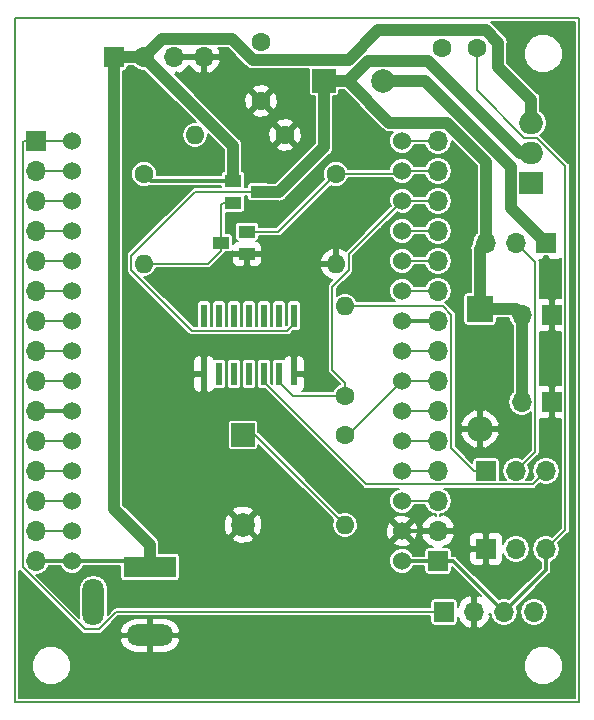
<source format=gbr>
%TF.GenerationSoftware,KiCad,Pcbnew,5.0.2-bee76a0~70~ubuntu18.04.1*%
%TF.CreationDate,2019-12-13T20:17:08+01:00*%
%TF.ProjectId,ESP8266-LolinV3-Lamp,45535038-3236-4362-9d4c-6f6c696e5633,2.0*%
%TF.SameCoordinates,Original*%
%TF.FileFunction,Copper,L2,Bot*%
%TF.FilePolarity,Positive*%
%FSLAX46Y46*%
G04 Gerber Fmt 4.6, Leading zero omitted, Abs format (unit mm)*
G04 Created by KiCad (PCBNEW 5.0.2-bee76a0~70~ubuntu18.04.1) date ven 13 dic 2019 20:17:08 CET*
%MOMM*%
%LPD*%
G01*
G04 APERTURE LIST*
%ADD10C,0.150000*%
%ADD11R,1.700000X1.700000*%
%ADD12O,1.700000X1.700000*%
%ADD13R,0.600000X1.970000*%
%ADD14R,2.200000X2.200000*%
%ADD15O,2.200000X2.200000*%
%ADD16C,1.524000*%
%ADD17O,1.800000X4.000000*%
%ADD18O,4.000000X1.800000*%
%ADD19R,4.400000X1.800000*%
%ADD20R,2.000000X2.000000*%
%ADD21C,2.000000*%
%ADD22C,1.600000*%
%ADD23O,1.600000X1.600000*%
%ADD24R,2.000000X1.905000*%
%ADD25O,2.000000X1.905000*%
%ADD26R,1.400000X1.000000*%
%ADD27C,0.160000*%
%ADD28C,1.000000*%
%ADD29C,0.300000*%
%ADD30C,0.200000*%
G04 APERTURE END LIST*
D10*
X187198000Y-48768000D02*
X187198000Y-106680000D01*
X139446000Y-106680000D02*
X187198000Y-106680000D01*
X139446000Y-48768000D02*
X187198000Y-48768000D01*
X139446000Y-106680000D02*
X139446000Y-48768000D01*
D11*
X184912000Y-81280000D03*
D12*
X182372000Y-81280000D03*
D13*
X163068000Y-78929000D03*
X161798000Y-78929000D03*
X160528000Y-78929000D03*
X159258000Y-78929000D03*
X157988000Y-78929000D03*
X156718000Y-78929000D03*
X155448000Y-78929000D03*
X155448000Y-73979000D03*
X156718000Y-73979000D03*
X157988000Y-73979000D03*
X159258000Y-73979000D03*
X160528000Y-73979000D03*
X161798000Y-73979000D03*
X163068000Y-73979000D03*
D11*
X184912000Y-73914000D03*
D12*
X182372000Y-73914000D03*
D14*
X178816000Y-73406000D03*
D15*
X178816000Y-83566000D03*
D16*
X144272000Y-59182000D03*
X144272000Y-61722000D03*
X144272000Y-64262000D03*
X144272000Y-66802000D03*
X144272000Y-69342000D03*
X144272000Y-71882000D03*
X144272000Y-74422000D03*
X144272000Y-76962000D03*
X144272000Y-79502000D03*
X144272000Y-82042000D03*
X144272000Y-84582000D03*
X144272000Y-87122000D03*
X144272000Y-89662000D03*
X144272000Y-92202000D03*
X144272000Y-94742000D03*
X172212000Y-94742000D03*
X172212000Y-92202000D03*
X172212000Y-89662000D03*
X172212000Y-87122000D03*
X172212000Y-84582000D03*
X172212000Y-82042000D03*
X172212000Y-79502000D03*
X172212000Y-76962000D03*
X172212000Y-74422000D03*
X172212000Y-71882000D03*
X172212000Y-69342000D03*
X172212000Y-66802000D03*
X172212000Y-64262000D03*
X172212000Y-61722000D03*
X172212000Y-59182000D03*
D17*
X146076000Y-98250000D03*
D18*
X150876000Y-101050000D03*
D19*
X150876000Y-95250000D03*
D20*
X165608000Y-54102000D03*
D21*
X170608000Y-54102000D03*
D22*
X160274000Y-50800000D03*
X160274000Y-55800000D03*
X178562000Y-51308000D03*
X175562000Y-51308000D03*
X162306000Y-58674000D03*
D23*
X154686000Y-58674000D03*
X167386000Y-73152000D03*
D22*
X167386000Y-80772000D03*
X167386000Y-84074000D03*
D23*
X167386000Y-91694000D03*
D12*
X141224000Y-94742000D03*
X141224000Y-92202000D03*
X141224000Y-89662000D03*
X141224000Y-87122000D03*
X141224000Y-84582000D03*
X141224000Y-82042000D03*
X141224000Y-79502000D03*
X141224000Y-76962000D03*
X141224000Y-74422000D03*
X141224000Y-71882000D03*
X141224000Y-69342000D03*
X141224000Y-66802000D03*
X141224000Y-64262000D03*
X141224000Y-61722000D03*
D11*
X141224000Y-59182000D03*
X179324000Y-87122000D03*
D12*
X181864000Y-87122000D03*
X184404000Y-87122000D03*
D23*
X150368000Y-69596000D03*
D22*
X150368000Y-61976000D03*
X166624000Y-61976000D03*
D23*
X166624000Y-69596000D03*
D24*
X183134000Y-62738000D03*
D25*
X183134000Y-60198000D03*
X183134000Y-57658000D03*
D20*
X158750000Y-84074000D03*
D21*
X158750000Y-91674000D03*
D12*
X179324000Y-67818000D03*
X181864000Y-67818000D03*
D11*
X184404000Y-67818000D03*
X179324000Y-93726000D03*
D12*
X181864000Y-93726000D03*
X184404000Y-93726000D03*
X155448000Y-52070000D03*
X152908000Y-52070000D03*
X150368000Y-52070000D03*
D11*
X147828000Y-52070000D03*
X175768000Y-99060000D03*
D12*
X178308000Y-99060000D03*
X180848000Y-99060000D03*
X183388000Y-99060000D03*
D11*
X175260000Y-94742000D03*
D12*
X175260000Y-92202000D03*
X175260000Y-89662000D03*
X175260000Y-87122000D03*
X175260000Y-84582000D03*
X175260000Y-82042000D03*
X175260000Y-79502000D03*
X175260000Y-76962000D03*
X175260000Y-74422000D03*
X175260000Y-71882000D03*
X175260000Y-69342000D03*
X175260000Y-66802000D03*
X175260000Y-64262000D03*
X175260000Y-61722000D03*
X175260000Y-59182000D03*
D26*
X156888000Y-67818000D03*
X159088000Y-68768000D03*
X159088000Y-66868000D03*
X160104000Y-63500000D03*
X157904000Y-62550000D03*
X157904000Y-64450000D03*
D27*
X172212000Y-61722000D02*
X175260000Y-61722000D01*
X171958000Y-61976000D02*
X172212000Y-61722000D01*
X166624000Y-61976000D02*
X171958000Y-61976000D01*
X161732000Y-66868000D02*
X166624000Y-61976000D01*
X159088000Y-66868000D02*
X161732000Y-66868000D01*
D28*
X181433999Y-64847999D02*
X184404000Y-67818000D01*
X181433999Y-61364927D02*
X181433999Y-64847999D01*
X174171072Y-54102000D02*
X181433999Y-61364927D01*
X170608000Y-54102000D02*
X174171072Y-54102000D01*
D29*
X172212000Y-92202000D02*
X175260000Y-92202000D01*
X172212000Y-94742000D02*
X175260000Y-94742000D01*
X176530000Y-94742000D02*
X180848000Y-99060000D01*
X175260000Y-94742000D02*
X176530000Y-94742000D01*
X184404000Y-95504000D02*
X184404000Y-93726000D01*
X180848000Y-99060000D02*
X184404000Y-95504000D01*
D27*
X178562000Y-54876532D02*
X178562000Y-52439370D01*
X182575978Y-58890510D02*
X178562000Y-54876532D01*
X183617042Y-58890510D02*
X182575978Y-58890510D01*
X186042001Y-61315469D02*
X183617042Y-58890510D01*
X178562000Y-52439370D02*
X178562000Y-51308000D01*
X186042001Y-92087999D02*
X186042001Y-61315469D01*
X184404000Y-93726000D02*
X186042001Y-92087999D01*
X172212000Y-64262000D02*
X175260000Y-64262000D01*
X161798000Y-79614000D02*
X161798000Y-78929000D01*
X162956000Y-80772000D02*
X161798000Y-79614000D01*
X167386000Y-80772000D02*
X162956000Y-80772000D01*
X171450001Y-65023999D02*
X172212000Y-64262000D01*
X167704001Y-68769999D02*
X171450001Y-65023999D01*
X166305999Y-71512403D02*
X167704001Y-70114401D01*
X166305999Y-78560629D02*
X166305999Y-71512403D01*
X167704001Y-70114401D02*
X167704001Y-68769999D01*
X167386000Y-79640630D02*
X166305999Y-78560629D01*
X167386000Y-80772000D02*
X167386000Y-79640630D01*
X182713999Y-68667999D02*
X181864000Y-67818000D01*
X183502001Y-85483999D02*
X183502001Y-69456001D01*
X183502001Y-69456001D02*
X182713999Y-68667999D01*
X181864000Y-87122000D02*
X183502001Y-85483999D01*
D28*
X165608000Y-59696000D02*
X165608000Y-54102000D01*
X161804000Y-63500000D02*
X165608000Y-59696000D01*
X160104000Y-63500000D02*
X161804000Y-63500000D01*
X183086500Y-60198000D02*
X183134000Y-60198000D01*
X179324000Y-60951998D02*
X179324000Y-67818000D01*
X171137999Y-57631999D02*
X176004001Y-57631999D01*
X176004001Y-57631999D02*
X179324000Y-60951998D01*
X167608000Y-54102000D02*
X171137999Y-57631999D01*
X167608000Y-54102000D02*
X165608000Y-54102000D01*
X174435997Y-52401999D02*
X169308001Y-52401999D01*
X169308001Y-52401999D02*
X167608000Y-54102000D01*
X182231998Y-60198000D02*
X174435997Y-52401999D01*
X183134000Y-60198000D02*
X182231998Y-60198000D01*
X178816000Y-68326000D02*
X179324000Y-67818000D01*
X178816000Y-73406000D02*
X178816000Y-68326000D01*
X181864000Y-73406000D02*
X182372000Y-73914000D01*
X178816000Y-73406000D02*
X181864000Y-73406000D01*
X182372000Y-73914000D02*
X182372000Y-81280000D01*
D27*
X163068000Y-74664000D02*
X163068000Y-73979000D01*
X162487999Y-75244001D02*
X163068000Y-74664000D01*
X154417599Y-75244001D02*
X162487999Y-75244001D01*
X149287999Y-70114401D02*
X154417599Y-75244001D01*
X149287999Y-68898001D02*
X149287999Y-70114401D01*
X154686000Y-63500000D02*
X149287999Y-68898001D01*
X160104000Y-63500000D02*
X154686000Y-63500000D01*
D28*
X147828000Y-52070000D02*
X150368000Y-52070000D01*
X157904000Y-59606000D02*
X157904000Y-62550000D01*
X150368000Y-52070000D02*
X157904000Y-59606000D01*
X179282001Y-49807999D02*
X180340000Y-50865998D01*
X151918001Y-50519999D02*
X157773997Y-50519999D01*
X157773997Y-50519999D02*
X159553999Y-52300001D01*
X150368000Y-52070000D02*
X151918001Y-50519999D01*
X159553999Y-52300001D02*
X167712929Y-52300001D01*
X167712929Y-52300001D02*
X170204931Y-49807999D01*
X170204931Y-49807999D02*
X179282001Y-49807999D01*
X183134000Y-55705500D02*
X183134000Y-57658000D01*
X180340000Y-52911500D02*
X183134000Y-55705500D01*
X180340000Y-50865998D02*
X180340000Y-52911500D01*
D29*
X141224000Y-94742000D02*
X144272000Y-94742000D01*
X150942000Y-62550000D02*
X150368000Y-61976000D01*
X157904000Y-62550000D02*
X150942000Y-62550000D01*
D28*
X147828000Y-90302000D02*
X147828000Y-85090000D01*
X150876000Y-93350000D02*
X147828000Y-90302000D01*
X147828000Y-85628000D02*
X147828000Y-85090000D01*
X150876000Y-95250000D02*
X150876000Y-93350000D01*
X147828000Y-85090000D02*
X147828000Y-52070000D01*
D29*
X150368000Y-94742000D02*
X150876000Y-95250000D01*
X144272000Y-94742000D02*
X150368000Y-94742000D01*
D27*
X144780000Y-58674000D02*
X144272000Y-59182000D01*
X141224000Y-59182000D02*
X144272000Y-59182000D01*
X140214000Y-59182000D02*
X141224000Y-59182000D01*
X140093999Y-95290785D02*
X140093999Y-59302001D01*
X140093999Y-59302001D02*
X140214000Y-59182000D01*
X146564776Y-100530010D02*
X145333224Y-100530010D01*
X148034786Y-99060000D02*
X146564776Y-100530010D01*
X145333224Y-100530010D02*
X140093999Y-95290785D01*
X175768000Y-99060000D02*
X148034786Y-99060000D01*
X141224000Y-61722000D02*
X144272000Y-61722000D01*
X141224000Y-64262000D02*
X144272000Y-64262000D01*
X141224000Y-66802000D02*
X144272000Y-66802000D01*
X141224000Y-69342000D02*
X144272000Y-69342000D01*
X141224000Y-71882000D02*
X144272000Y-71882000D01*
X141224000Y-74422000D02*
X144272000Y-74422000D01*
X141224000Y-76962000D02*
X144272000Y-76962000D01*
X141224000Y-79502000D02*
X144272000Y-79502000D01*
D29*
X141224000Y-82042000D02*
X144272000Y-82042000D01*
D27*
X141224000Y-84582000D02*
X144272000Y-84582000D01*
X141224000Y-87122000D02*
X144272000Y-87122000D01*
X141224000Y-89662000D02*
X144272000Y-89662000D01*
X141224000Y-92202000D02*
X144272000Y-92202000D01*
X172212000Y-89662000D02*
X175260000Y-89662000D01*
X172212000Y-87122000D02*
X175260000Y-87122000D01*
X172212000Y-84582000D02*
X175260000Y-84582000D01*
X172212000Y-82042000D02*
X175260000Y-82042000D01*
X172212000Y-79502000D02*
X175260000Y-79502000D01*
X167640000Y-84074000D02*
X167386000Y-84074000D01*
X172212000Y-79502000D02*
X167640000Y-84074000D01*
X172212000Y-76962000D02*
X175260000Y-76962000D01*
D29*
X172212000Y-74422000D02*
X175260000Y-74422000D01*
D27*
X172212000Y-71882000D02*
X175260000Y-71882000D01*
X172212000Y-69342000D02*
X175260000Y-69342000D01*
X172212000Y-66802000D02*
X175260000Y-66802000D01*
X172212000Y-59182000D02*
X175260000Y-59182000D01*
X169166001Y-88252001D02*
X160528000Y-79614000D01*
X160528000Y-79614000D02*
X160528000Y-78929000D01*
X183273999Y-88252001D02*
X169166001Y-88252001D01*
X184404000Y-87122000D02*
X183273999Y-88252001D01*
X159766000Y-84074000D02*
X158750000Y-84074000D01*
X167386000Y-91694000D02*
X159766000Y-84074000D01*
X168517370Y-73152000D02*
X167386000Y-73152000D01*
X176390001Y-73879599D02*
X175662402Y-73152000D01*
X178314000Y-87122000D02*
X176390001Y-85198001D01*
X175662402Y-73152000D02*
X168517370Y-73152000D01*
X176390001Y-85198001D02*
X176390001Y-73879599D01*
X179324000Y-87122000D02*
X178314000Y-87122000D01*
X156888000Y-64606000D02*
X156888000Y-67818000D01*
X157044000Y-64450000D02*
X156888000Y-64606000D01*
X157904000Y-64450000D02*
X157044000Y-64450000D01*
X156888000Y-68478000D02*
X156888000Y-67818000D01*
X155770000Y-69596000D02*
X156888000Y-68478000D01*
X150368000Y-69596000D02*
X155770000Y-69596000D01*
D30*
G36*
X186823001Y-106305000D02*
X139821000Y-106305000D01*
X139821000Y-103303795D01*
X140844000Y-103303795D01*
X140844000Y-103960205D01*
X141095198Y-104566650D01*
X141559350Y-105030802D01*
X142165795Y-105282000D01*
X142822205Y-105282000D01*
X143428650Y-105030802D01*
X143892802Y-104566650D01*
X144144000Y-103960205D01*
X144144000Y-103303795D01*
X182500000Y-103303795D01*
X182500000Y-103960205D01*
X182751198Y-104566650D01*
X183215350Y-105030802D01*
X183821795Y-105282000D01*
X184478205Y-105282000D01*
X185084650Y-105030802D01*
X185548802Y-104566650D01*
X185800000Y-103960205D01*
X185800000Y-103303795D01*
X185548802Y-102697350D01*
X185084650Y-102233198D01*
X184478205Y-101982000D01*
X183821795Y-101982000D01*
X183215350Y-102233198D01*
X182751198Y-102697350D01*
X182500000Y-103303795D01*
X144144000Y-103303795D01*
X143892802Y-102697350D01*
X143428650Y-102233198D01*
X142822205Y-101982000D01*
X142165795Y-101982000D01*
X141559350Y-102233198D01*
X141095198Y-102697350D01*
X140844000Y-103303795D01*
X139821000Y-103303795D01*
X139821000Y-101436774D01*
X148318444Y-101436774D01*
X148323857Y-101484810D01*
X148600789Y-102007423D01*
X149056636Y-102384277D01*
X149622000Y-102558000D01*
X150722000Y-102558000D01*
X150722000Y-101204000D01*
X151030000Y-101204000D01*
X151030000Y-102558000D01*
X152130000Y-102558000D01*
X152695364Y-102384277D01*
X153151211Y-102007423D01*
X153428143Y-101484810D01*
X153433556Y-101436774D01*
X153323227Y-101204000D01*
X151030000Y-101204000D01*
X150722000Y-101204000D01*
X148428773Y-101204000D01*
X148318444Y-101436774D01*
X139821000Y-101436774D01*
X139821000Y-95565394D01*
X139851763Y-95585949D01*
X145038062Y-100772249D01*
X145059260Y-100803974D01*
X145090985Y-100825172D01*
X145090986Y-100825173D01*
X145184954Y-100887961D01*
X145184955Y-100887961D01*
X145184956Y-100887962D01*
X145295800Y-100910010D01*
X145295804Y-100910010D01*
X145333223Y-100917453D01*
X145370642Y-100910010D01*
X146527357Y-100910010D01*
X146564776Y-100917453D01*
X146602195Y-100910010D01*
X146602200Y-100910010D01*
X146713044Y-100887962D01*
X146838740Y-100803974D01*
X146859940Y-100772246D01*
X146968960Y-100663226D01*
X148318444Y-100663226D01*
X148428773Y-100896000D01*
X150722000Y-100896000D01*
X150722000Y-99542000D01*
X151030000Y-99542000D01*
X151030000Y-100896000D01*
X153323227Y-100896000D01*
X153433556Y-100663226D01*
X153428143Y-100615190D01*
X153151211Y-100092577D01*
X152695364Y-99715723D01*
X152130000Y-99542000D01*
X151030000Y-99542000D01*
X150722000Y-99542000D01*
X149622000Y-99542000D01*
X149056636Y-99715723D01*
X148600789Y-100092577D01*
X148323857Y-100615190D01*
X148318444Y-100663226D01*
X146968960Y-100663226D01*
X148192187Y-99440000D01*
X174612123Y-99440000D01*
X174612123Y-99910000D01*
X174635407Y-100027054D01*
X174701712Y-100126288D01*
X174800946Y-100192593D01*
X174918000Y-100215877D01*
X176618000Y-100215877D01*
X176735054Y-100192593D01*
X176834288Y-100126288D01*
X176900593Y-100027054D01*
X176923877Y-99910000D01*
X176923877Y-99487023D01*
X177152259Y-99948854D01*
X177580384Y-100323477D01*
X177929090Y-100467903D01*
X178154000Y-100356889D01*
X178154000Y-99214000D01*
X178134000Y-99214000D01*
X178134000Y-98906000D01*
X178154000Y-98906000D01*
X178154000Y-97763111D01*
X177929090Y-97652097D01*
X177580384Y-97796523D01*
X177152259Y-98171146D01*
X176923877Y-98632977D01*
X176923877Y-98210000D01*
X176900593Y-98092946D01*
X176834288Y-97993712D01*
X176735054Y-97927407D01*
X176618000Y-97904123D01*
X174918000Y-97904123D01*
X174800946Y-97927407D01*
X174701712Y-97993712D01*
X174635407Y-98092946D01*
X174612123Y-98210000D01*
X174612123Y-98680000D01*
X148072204Y-98680000D01*
X148034785Y-98672557D01*
X147997366Y-98680000D01*
X147997362Y-98680000D01*
X147886518Y-98702048D01*
X147886517Y-98702049D01*
X147886516Y-98702049D01*
X147792548Y-98764837D01*
X147760822Y-98786036D01*
X147739624Y-98817761D01*
X147276000Y-99281385D01*
X147276000Y-97031812D01*
X147206375Y-96681783D01*
X146941152Y-96284848D01*
X146544216Y-96019625D01*
X146076000Y-95926491D01*
X145607783Y-96019625D01*
X145210848Y-96284848D01*
X144945625Y-96681784D01*
X144876000Y-97031813D01*
X144876001Y-99468188D01*
X144892686Y-99552072D01*
X141232614Y-95892000D01*
X141337261Y-95892000D01*
X141672707Y-95825276D01*
X142053103Y-95571103D01*
X142306412Y-95192000D01*
X143308896Y-95192000D01*
X143371680Y-95343575D01*
X143670425Y-95642320D01*
X144060755Y-95804000D01*
X144483245Y-95804000D01*
X144873575Y-95642320D01*
X145172320Y-95343575D01*
X145235104Y-95192000D01*
X148370123Y-95192000D01*
X148370123Y-96150000D01*
X148393407Y-96267054D01*
X148459712Y-96366288D01*
X148558946Y-96432593D01*
X148676000Y-96455877D01*
X153076000Y-96455877D01*
X153193054Y-96432593D01*
X153292288Y-96366288D01*
X153358593Y-96267054D01*
X153381877Y-96150000D01*
X153381877Y-94350000D01*
X153358593Y-94232946D01*
X153292288Y-94133712D01*
X153193054Y-94067407D01*
X153076000Y-94044123D01*
X151676000Y-94044123D01*
X151676000Y-93428784D01*
X151691671Y-93350000D01*
X151676000Y-93271216D01*
X151676000Y-93271211D01*
X151629583Y-93037856D01*
X151490074Y-92829066D01*
X157812723Y-92829066D01*
X157915174Y-93085040D01*
X158518703Y-93297105D01*
X159157445Y-93262067D01*
X159345026Y-93184368D01*
X171447421Y-93184368D01*
X171520551Y-93415698D01*
X172037647Y-93587917D01*
X172581287Y-93549142D01*
X172903449Y-93415698D01*
X172976579Y-93184368D01*
X172212000Y-92419789D01*
X171447421Y-93184368D01*
X159345026Y-93184368D01*
X159584826Y-93085040D01*
X159687277Y-92829066D01*
X158750000Y-91891789D01*
X157812723Y-92829066D01*
X151490074Y-92829066D01*
X151452767Y-92773233D01*
X151385975Y-92728604D01*
X150100074Y-91442703D01*
X157126895Y-91442703D01*
X157161933Y-92081445D01*
X157338960Y-92508826D01*
X157594934Y-92611277D01*
X158532211Y-91674000D01*
X158967789Y-91674000D01*
X159905066Y-92611277D01*
X160161040Y-92508826D01*
X160373105Y-91905297D01*
X160338067Y-91266555D01*
X160161040Y-90839174D01*
X159905066Y-90736723D01*
X158967789Y-91674000D01*
X158532211Y-91674000D01*
X157594934Y-90736723D01*
X157338960Y-90839174D01*
X157126895Y-91442703D01*
X150100074Y-91442703D01*
X149176305Y-90518934D01*
X157812723Y-90518934D01*
X158750000Y-91456211D01*
X159687277Y-90518934D01*
X159584826Y-90262960D01*
X158981297Y-90050895D01*
X158342555Y-90085933D01*
X157915174Y-90262960D01*
X157812723Y-90518934D01*
X149176305Y-90518934D01*
X148628000Y-89970630D01*
X148628000Y-83074000D01*
X157444123Y-83074000D01*
X157444123Y-85074000D01*
X157467407Y-85191054D01*
X157533712Y-85290288D01*
X157632946Y-85356593D01*
X157750000Y-85379877D01*
X159750000Y-85379877D01*
X159867054Y-85356593D01*
X159966288Y-85290288D01*
X160032593Y-85191054D01*
X160055877Y-85074000D01*
X160055877Y-84901277D01*
X166377691Y-91223093D01*
X166349823Y-91264801D01*
X166264450Y-91694000D01*
X166349823Y-92123199D01*
X166592944Y-92487056D01*
X166956801Y-92730177D01*
X167277661Y-92794000D01*
X167494339Y-92794000D01*
X167815199Y-92730177D01*
X168179056Y-92487056D01*
X168422177Y-92123199D01*
X168441183Y-92027647D01*
X170826083Y-92027647D01*
X170864858Y-92571287D01*
X170998302Y-92893449D01*
X171229632Y-92966579D01*
X171994211Y-92202000D01*
X172429789Y-92202000D01*
X173194368Y-92966579D01*
X173425698Y-92893449D01*
X173597917Y-92376353D01*
X173559142Y-91832713D01*
X173425698Y-91510551D01*
X173194368Y-91437421D01*
X172429789Y-92202000D01*
X171994211Y-92202000D01*
X171229632Y-91437421D01*
X170998302Y-91510551D01*
X170826083Y-92027647D01*
X168441183Y-92027647D01*
X168507550Y-91694000D01*
X168422177Y-91264801D01*
X168391997Y-91219632D01*
X171447421Y-91219632D01*
X172212000Y-91984211D01*
X172976579Y-91219632D01*
X172903449Y-90988302D01*
X172386353Y-90816083D01*
X171842713Y-90854858D01*
X171520551Y-90988302D01*
X171447421Y-91219632D01*
X168391997Y-91219632D01*
X168179056Y-90900944D01*
X167815199Y-90657823D01*
X167494339Y-90594000D01*
X167277661Y-90594000D01*
X166956801Y-90657823D01*
X166915093Y-90685691D01*
X160061163Y-83831763D01*
X160055877Y-83823851D01*
X160055877Y-83074000D01*
X160032593Y-82956946D01*
X159966288Y-82857712D01*
X159867054Y-82791407D01*
X159750000Y-82768123D01*
X157750000Y-82768123D01*
X157632946Y-82791407D01*
X157533712Y-82857712D01*
X157467407Y-82956946D01*
X157444123Y-83074000D01*
X148628000Y-83074000D01*
X148628000Y-79235000D01*
X154540000Y-79235000D01*
X154540000Y-80034939D01*
X154632563Y-80258405D01*
X154803596Y-80429438D01*
X155027062Y-80522000D01*
X155146000Y-80522000D01*
X155298000Y-80370000D01*
X155298000Y-79083000D01*
X154692000Y-79083000D01*
X154540000Y-79235000D01*
X148628000Y-79235000D01*
X148628000Y-77823061D01*
X154540000Y-77823061D01*
X154540000Y-78623000D01*
X154692000Y-78775000D01*
X155298000Y-78775000D01*
X155298000Y-77488000D01*
X155598000Y-77488000D01*
X155598000Y-78775000D01*
X155622000Y-78775000D01*
X155622000Y-79083000D01*
X155598000Y-79083000D01*
X155598000Y-80370000D01*
X155750000Y-80522000D01*
X155868938Y-80522000D01*
X156092404Y-80429438D01*
X156263437Y-80258405D01*
X156291621Y-80190362D01*
X156300946Y-80196593D01*
X156418000Y-80219877D01*
X157018000Y-80219877D01*
X157135054Y-80196593D01*
X157234288Y-80130288D01*
X157300593Y-80031054D01*
X157323877Y-79914000D01*
X157323877Y-77944000D01*
X157382123Y-77944000D01*
X157382123Y-79914000D01*
X157405407Y-80031054D01*
X157471712Y-80130288D01*
X157570946Y-80196593D01*
X157688000Y-80219877D01*
X158288000Y-80219877D01*
X158405054Y-80196593D01*
X158504288Y-80130288D01*
X158570593Y-80031054D01*
X158593877Y-79914000D01*
X158593877Y-77944000D01*
X158652123Y-77944000D01*
X158652123Y-79914000D01*
X158675407Y-80031054D01*
X158741712Y-80130288D01*
X158840946Y-80196593D01*
X158958000Y-80219877D01*
X159558000Y-80219877D01*
X159675054Y-80196593D01*
X159774288Y-80130288D01*
X159840593Y-80031054D01*
X159863877Y-79914000D01*
X159863877Y-77944000D01*
X159840593Y-77826946D01*
X159774288Y-77727712D01*
X159675054Y-77661407D01*
X159558000Y-77638123D01*
X158958000Y-77638123D01*
X158840946Y-77661407D01*
X158741712Y-77727712D01*
X158675407Y-77826946D01*
X158652123Y-77944000D01*
X158593877Y-77944000D01*
X158570593Y-77826946D01*
X158504288Y-77727712D01*
X158405054Y-77661407D01*
X158288000Y-77638123D01*
X157688000Y-77638123D01*
X157570946Y-77661407D01*
X157471712Y-77727712D01*
X157405407Y-77826946D01*
X157382123Y-77944000D01*
X157323877Y-77944000D01*
X157300593Y-77826946D01*
X157234288Y-77727712D01*
X157135054Y-77661407D01*
X157018000Y-77638123D01*
X156418000Y-77638123D01*
X156300946Y-77661407D01*
X156291621Y-77667638D01*
X156263437Y-77599595D01*
X156092404Y-77428562D01*
X155868938Y-77336000D01*
X155750000Y-77336000D01*
X155598000Y-77488000D01*
X155298000Y-77488000D01*
X155146000Y-77336000D01*
X155027062Y-77336000D01*
X154803596Y-77428562D01*
X154632563Y-77599595D01*
X154540000Y-77823061D01*
X148628000Y-77823061D01*
X148628000Y-53225877D01*
X148678000Y-53225877D01*
X148795054Y-53202593D01*
X148894288Y-53136288D01*
X148960593Y-53037054D01*
X148983877Y-52920000D01*
X148983877Y-52870000D01*
X149519451Y-52870000D01*
X149538897Y-52899103D01*
X149919293Y-53153276D01*
X150254739Y-53220000D01*
X150386630Y-53220000D01*
X154740629Y-57574000D01*
X154577661Y-57574000D01*
X154256801Y-57637823D01*
X153892944Y-57880944D01*
X153649823Y-58244801D01*
X153564450Y-58674000D01*
X153649823Y-59103199D01*
X153892944Y-59467056D01*
X154256801Y-59710177D01*
X154577661Y-59774000D01*
X154794339Y-59774000D01*
X155115199Y-59710177D01*
X155479056Y-59467056D01*
X155722177Y-59103199D01*
X155807550Y-58674000D01*
X155799336Y-58632707D01*
X157104000Y-59937371D01*
X157104001Y-61764015D01*
X157086946Y-61767407D01*
X156987712Y-61833712D01*
X156921407Y-61932946D01*
X156898123Y-62050000D01*
X156898123Y-62100000D01*
X151468000Y-62100000D01*
X151468000Y-61757196D01*
X151300535Y-61352900D01*
X150991100Y-61043465D01*
X150586804Y-60876000D01*
X150149196Y-60876000D01*
X149744900Y-61043465D01*
X149435465Y-61352900D01*
X149268000Y-61757196D01*
X149268000Y-62194804D01*
X149435465Y-62599100D01*
X149744900Y-62908535D01*
X150149196Y-63076000D01*
X150586804Y-63076000D01*
X150811613Y-62982881D01*
X150942000Y-63008816D01*
X150986321Y-63000000D01*
X156898123Y-63000000D01*
X156898123Y-63050000D01*
X156912047Y-63120000D01*
X154723418Y-63120000D01*
X154685999Y-63112557D01*
X154648580Y-63120000D01*
X154648576Y-63120000D01*
X154537732Y-63142048D01*
X154537731Y-63142049D01*
X154537730Y-63142049D01*
X154469176Y-63187856D01*
X154412036Y-63226036D01*
X154390838Y-63257761D01*
X149045763Y-68602837D01*
X149014035Y-68624037D01*
X148930047Y-68749734D01*
X148907999Y-68860578D01*
X148907999Y-68860582D01*
X148900556Y-68898001D01*
X148907999Y-68935420D01*
X148908000Y-70076977D01*
X148900556Y-70114401D01*
X148930048Y-70262669D01*
X148992836Y-70356638D01*
X148992838Y-70356640D01*
X149014036Y-70388365D01*
X149045761Y-70409563D01*
X154122437Y-75486240D01*
X154143635Y-75517965D01*
X154269331Y-75601953D01*
X154380175Y-75624001D01*
X154380180Y-75624001D01*
X154417599Y-75631444D01*
X154455018Y-75624001D01*
X162450580Y-75624001D01*
X162487999Y-75631444D01*
X162525418Y-75624001D01*
X162525423Y-75624001D01*
X162636267Y-75601953D01*
X162761963Y-75517965D01*
X162783163Y-75486237D01*
X162999524Y-75269877D01*
X163368000Y-75269877D01*
X163485054Y-75246593D01*
X163584288Y-75180288D01*
X163650593Y-75081054D01*
X163673877Y-74964000D01*
X163673877Y-72994000D01*
X163650593Y-72876946D01*
X163584288Y-72777712D01*
X163485054Y-72711407D01*
X163368000Y-72688123D01*
X162768000Y-72688123D01*
X162650946Y-72711407D01*
X162551712Y-72777712D01*
X162485407Y-72876946D01*
X162462123Y-72994000D01*
X162462123Y-74732476D01*
X162403877Y-74790722D01*
X162403877Y-72994000D01*
X162380593Y-72876946D01*
X162314288Y-72777712D01*
X162215054Y-72711407D01*
X162098000Y-72688123D01*
X161498000Y-72688123D01*
X161380946Y-72711407D01*
X161281712Y-72777712D01*
X161215407Y-72876946D01*
X161192123Y-72994000D01*
X161192123Y-74864001D01*
X161133877Y-74864001D01*
X161133877Y-72994000D01*
X161110593Y-72876946D01*
X161044288Y-72777712D01*
X160945054Y-72711407D01*
X160828000Y-72688123D01*
X160228000Y-72688123D01*
X160110946Y-72711407D01*
X160011712Y-72777712D01*
X159945407Y-72876946D01*
X159922123Y-72994000D01*
X159922123Y-74864001D01*
X159863877Y-74864001D01*
X159863877Y-72994000D01*
X159840593Y-72876946D01*
X159774288Y-72777712D01*
X159675054Y-72711407D01*
X159558000Y-72688123D01*
X158958000Y-72688123D01*
X158840946Y-72711407D01*
X158741712Y-72777712D01*
X158675407Y-72876946D01*
X158652123Y-72994000D01*
X158652123Y-74864001D01*
X158593877Y-74864001D01*
X158593877Y-72994000D01*
X158570593Y-72876946D01*
X158504288Y-72777712D01*
X158405054Y-72711407D01*
X158288000Y-72688123D01*
X157688000Y-72688123D01*
X157570946Y-72711407D01*
X157471712Y-72777712D01*
X157405407Y-72876946D01*
X157382123Y-72994000D01*
X157382123Y-74864001D01*
X157323877Y-74864001D01*
X157323877Y-72994000D01*
X157300593Y-72876946D01*
X157234288Y-72777712D01*
X157135054Y-72711407D01*
X157018000Y-72688123D01*
X156418000Y-72688123D01*
X156300946Y-72711407D01*
X156201712Y-72777712D01*
X156135407Y-72876946D01*
X156112123Y-72994000D01*
X156112123Y-74864001D01*
X156053877Y-74864001D01*
X156053877Y-72994000D01*
X156030593Y-72876946D01*
X155964288Y-72777712D01*
X155865054Y-72711407D01*
X155748000Y-72688123D01*
X155148000Y-72688123D01*
X155030946Y-72711407D01*
X154931712Y-72777712D01*
X154865407Y-72876946D01*
X154842123Y-72994000D01*
X154842123Y-74864001D01*
X154575000Y-74864001D01*
X150406998Y-70696000D01*
X150476339Y-70696000D01*
X150797199Y-70632177D01*
X151161056Y-70389056D01*
X151404177Y-70025199D01*
X151413963Y-69976000D01*
X155732581Y-69976000D01*
X155770000Y-69983443D01*
X155807419Y-69976000D01*
X155807424Y-69976000D01*
X155918268Y-69953952D01*
X156043964Y-69869964D01*
X156065164Y-69838236D01*
X156829400Y-69074000D01*
X157780000Y-69074000D01*
X157780000Y-69388939D01*
X157872563Y-69612405D01*
X158043596Y-69783438D01*
X158267062Y-69876000D01*
X158782000Y-69876000D01*
X158934000Y-69724000D01*
X158934000Y-68922000D01*
X159242000Y-68922000D01*
X159242000Y-69724000D01*
X159394000Y-69876000D01*
X159908938Y-69876000D01*
X160132404Y-69783438D01*
X160303437Y-69612405D01*
X160396000Y-69388939D01*
X160396000Y-69224956D01*
X165265757Y-69224956D01*
X165376435Y-69442000D01*
X166470000Y-69442000D01*
X166470000Y-68349477D01*
X166252958Y-68237769D01*
X165925944Y-68373209D01*
X165511139Y-68733423D01*
X165265757Y-69224956D01*
X160396000Y-69224956D01*
X160396000Y-69074000D01*
X160244000Y-68922000D01*
X159242000Y-68922000D01*
X158934000Y-68922000D01*
X157932000Y-68922000D01*
X157780000Y-69074000D01*
X156829400Y-69074000D01*
X157130239Y-68773162D01*
X157161964Y-68751964D01*
X157245952Y-68626268D01*
X157246428Y-68623877D01*
X157588000Y-68623877D01*
X157705054Y-68600593D01*
X157804288Y-68534288D01*
X157823514Y-68505514D01*
X157932000Y-68614000D01*
X158934000Y-68614000D01*
X158934000Y-68594000D01*
X159242000Y-68594000D01*
X159242000Y-68614000D01*
X160244000Y-68614000D01*
X160396000Y-68462000D01*
X160396000Y-68147061D01*
X160303437Y-67923595D01*
X160132404Y-67752562D01*
X159908938Y-67660000D01*
X159857763Y-67660000D01*
X159905054Y-67650593D01*
X160004288Y-67584288D01*
X160070593Y-67485054D01*
X160093877Y-67368000D01*
X160093877Y-67248000D01*
X161694581Y-67248000D01*
X161732000Y-67255443D01*
X161769419Y-67248000D01*
X161769424Y-67248000D01*
X161880268Y-67225952D01*
X162005964Y-67141964D01*
X162027164Y-67110236D01*
X166162096Y-62975305D01*
X166405196Y-63076000D01*
X166842804Y-63076000D01*
X167247100Y-62908535D01*
X167556535Y-62599100D01*
X167657230Y-62356000D01*
X171344105Y-62356000D01*
X171610425Y-62622320D01*
X172000755Y-62784000D01*
X172423245Y-62784000D01*
X172813575Y-62622320D01*
X173112320Y-62323575D01*
X173204099Y-62102000D01*
X174163057Y-62102000D01*
X174176724Y-62170707D01*
X174430897Y-62551103D01*
X174811293Y-62805276D01*
X175146739Y-62872000D01*
X175373261Y-62872000D01*
X175708707Y-62805276D01*
X176089103Y-62551103D01*
X176343276Y-62170707D01*
X176432529Y-61722000D01*
X176343276Y-61273293D01*
X176089103Y-60892897D01*
X175708707Y-60638724D01*
X175373261Y-60572000D01*
X175146739Y-60572000D01*
X174811293Y-60638724D01*
X174430897Y-60892897D01*
X174176724Y-61273293D01*
X174163057Y-61342000D01*
X173204099Y-61342000D01*
X173112320Y-61120425D01*
X172813575Y-60821680D01*
X172423245Y-60660000D01*
X172000755Y-60660000D01*
X171610425Y-60821680D01*
X171311680Y-61120425D01*
X171150000Y-61510755D01*
X171150000Y-61596000D01*
X167657230Y-61596000D01*
X167556535Y-61352900D01*
X167247100Y-61043465D01*
X166842804Y-60876000D01*
X166405196Y-60876000D01*
X166000900Y-61043465D01*
X165691465Y-61352900D01*
X165524000Y-61757196D01*
X165524000Y-62194804D01*
X165624695Y-62437904D01*
X161574600Y-66488000D01*
X160093877Y-66488000D01*
X160093877Y-66368000D01*
X160070593Y-66250946D01*
X160004288Y-66151712D01*
X159905054Y-66085407D01*
X159788000Y-66062123D01*
X158388000Y-66062123D01*
X158270946Y-66085407D01*
X158171712Y-66151712D01*
X158105407Y-66250946D01*
X158082123Y-66368000D01*
X158082123Y-67368000D01*
X158105407Y-67485054D01*
X158171712Y-67584288D01*
X158270946Y-67650593D01*
X158318237Y-67660000D01*
X158267062Y-67660000D01*
X158043596Y-67752562D01*
X157893877Y-67902281D01*
X157893877Y-67318000D01*
X157870593Y-67200946D01*
X157804288Y-67101712D01*
X157705054Y-67035407D01*
X157588000Y-67012123D01*
X157268000Y-67012123D01*
X157268000Y-65255877D01*
X158604000Y-65255877D01*
X158721054Y-65232593D01*
X158820288Y-65166288D01*
X158886593Y-65067054D01*
X158909877Y-64950000D01*
X158909877Y-63950000D01*
X158895953Y-63880000D01*
X159098123Y-63880000D01*
X159098123Y-64000000D01*
X159121407Y-64117054D01*
X159187712Y-64216288D01*
X159286946Y-64282593D01*
X159404000Y-64305877D01*
X160804000Y-64305877D01*
X160833545Y-64300000D01*
X161725216Y-64300000D01*
X161804000Y-64315671D01*
X161882784Y-64300000D01*
X161882789Y-64300000D01*
X162116144Y-64253583D01*
X162380767Y-64076767D01*
X162425398Y-64009972D01*
X166117975Y-60317396D01*
X166184767Y-60272767D01*
X166361583Y-60008144D01*
X166408000Y-59774789D01*
X166408000Y-59774785D01*
X166423671Y-59696001D01*
X166408000Y-59617217D01*
X166408000Y-55407877D01*
X166608000Y-55407877D01*
X166725054Y-55384593D01*
X166824288Y-55318288D01*
X166890593Y-55219054D01*
X166913877Y-55102000D01*
X166913877Y-54902000D01*
X167276630Y-54902000D01*
X170516603Y-58141974D01*
X170561232Y-58208766D01*
X170825855Y-58385582D01*
X171059210Y-58431999D01*
X171059214Y-58431999D01*
X171137998Y-58447670D01*
X171216782Y-58431999D01*
X171460106Y-58431999D01*
X171311680Y-58580425D01*
X171150000Y-58970755D01*
X171150000Y-59393245D01*
X171311680Y-59783575D01*
X171610425Y-60082320D01*
X172000755Y-60244000D01*
X172423245Y-60244000D01*
X172813575Y-60082320D01*
X173112320Y-59783575D01*
X173204099Y-59562000D01*
X174163057Y-59562000D01*
X174176724Y-59630707D01*
X174430897Y-60011103D01*
X174811293Y-60265276D01*
X175146739Y-60332000D01*
X175373261Y-60332000D01*
X175708707Y-60265276D01*
X176089103Y-60011103D01*
X176343276Y-59630707D01*
X176430887Y-59190255D01*
X178524000Y-61283368D01*
X178524001Y-66969450D01*
X178494897Y-66988897D01*
X178240724Y-67369293D01*
X178151471Y-67818000D01*
X178161063Y-67866223D01*
X178062418Y-68013856D01*
X178000329Y-68326000D01*
X178016001Y-68404789D01*
X178016000Y-72000123D01*
X177716000Y-72000123D01*
X177598946Y-72023407D01*
X177499712Y-72089712D01*
X177433407Y-72188946D01*
X177410123Y-72306000D01*
X177410123Y-74506000D01*
X177433407Y-74623054D01*
X177499712Y-74722288D01*
X177598946Y-74788593D01*
X177716000Y-74811877D01*
X179916000Y-74811877D01*
X180033054Y-74788593D01*
X180132288Y-74722288D01*
X180198593Y-74623054D01*
X180221877Y-74506000D01*
X180221877Y-74206000D01*
X181257553Y-74206000D01*
X181288724Y-74362707D01*
X181542897Y-74743103D01*
X181572000Y-74762549D01*
X181572001Y-80431450D01*
X181542897Y-80450897D01*
X181288724Y-80831293D01*
X181199471Y-81280000D01*
X181288724Y-81728707D01*
X181542897Y-82109103D01*
X181923293Y-82363276D01*
X182258739Y-82430000D01*
X182485261Y-82430000D01*
X182820707Y-82363276D01*
X183122001Y-82161957D01*
X183122001Y-85326598D01*
X182370955Y-86077644D01*
X182312707Y-86038724D01*
X181977261Y-85972000D01*
X181750739Y-85972000D01*
X181415293Y-86038724D01*
X181034897Y-86292897D01*
X180780724Y-86673293D01*
X180691471Y-87122000D01*
X180780724Y-87570707D01*
X180982043Y-87872001D01*
X180479877Y-87872001D01*
X180479877Y-86272000D01*
X180456593Y-86154946D01*
X180390288Y-86055712D01*
X180291054Y-85989407D01*
X180174000Y-85966123D01*
X178474000Y-85966123D01*
X178356946Y-85989407D01*
X178257712Y-86055712D01*
X178191407Y-86154946D01*
X178168123Y-86272000D01*
X178168123Y-86438721D01*
X176770001Y-85040601D01*
X176770001Y-83984207D01*
X177159981Y-83984207D01*
X177446079Y-84586104D01*
X177940735Y-85032699D01*
X178397794Y-85222009D01*
X178662000Y-85114360D01*
X178662000Y-83720000D01*
X178970000Y-83720000D01*
X178970000Y-85114360D01*
X179234206Y-85222009D01*
X179691265Y-85032699D01*
X180185921Y-84586104D01*
X180472019Y-83984207D01*
X180365053Y-83720000D01*
X178970000Y-83720000D01*
X178662000Y-83720000D01*
X177266947Y-83720000D01*
X177159981Y-83984207D01*
X176770001Y-83984207D01*
X176770001Y-83147793D01*
X177159981Y-83147793D01*
X177266947Y-83412000D01*
X178662000Y-83412000D01*
X178662000Y-82017640D01*
X178970000Y-82017640D01*
X178970000Y-83412000D01*
X180365053Y-83412000D01*
X180472019Y-83147793D01*
X180185921Y-82545896D01*
X179691265Y-82099301D01*
X179234206Y-81909991D01*
X178970000Y-82017640D01*
X178662000Y-82017640D01*
X178397794Y-81909991D01*
X177940735Y-82099301D01*
X177446079Y-82545896D01*
X177159981Y-83147793D01*
X176770001Y-83147793D01*
X176770001Y-73917017D01*
X176777444Y-73879598D01*
X176770001Y-73842179D01*
X176770001Y-73842175D01*
X176747953Y-73731331D01*
X176739141Y-73718143D01*
X176685164Y-73637360D01*
X176685161Y-73637357D01*
X176663965Y-73605635D01*
X176632242Y-73584438D01*
X175957566Y-72909764D01*
X175936366Y-72878036D01*
X175887818Y-72845597D01*
X176089103Y-72711103D01*
X176343276Y-72330707D01*
X176432529Y-71882000D01*
X176343276Y-71433293D01*
X176089103Y-71052897D01*
X175708707Y-70798724D01*
X175373261Y-70732000D01*
X175146739Y-70732000D01*
X174811293Y-70798724D01*
X174430897Y-71052897D01*
X174176724Y-71433293D01*
X174163057Y-71502000D01*
X173204099Y-71502000D01*
X173112320Y-71280425D01*
X172813575Y-70981680D01*
X172423245Y-70820000D01*
X172000755Y-70820000D01*
X171610425Y-70981680D01*
X171311680Y-71280425D01*
X171150000Y-71670755D01*
X171150000Y-72093245D01*
X171311680Y-72483575D01*
X171600105Y-72772000D01*
X168431963Y-72772000D01*
X168422177Y-72722801D01*
X168179056Y-72358944D01*
X167815199Y-72115823D01*
X167494339Y-72052000D01*
X167277661Y-72052000D01*
X166956801Y-72115823D01*
X166685999Y-72296767D01*
X166685999Y-71669803D01*
X167946243Y-70409561D01*
X167977965Y-70388365D01*
X167999161Y-70356643D01*
X167999164Y-70356640D01*
X168061952Y-70262671D01*
X168061952Y-70262670D01*
X168061953Y-70262669D01*
X168084001Y-70151825D01*
X168084001Y-70151821D01*
X168091444Y-70114402D01*
X168084001Y-70076983D01*
X168084001Y-69130755D01*
X171150000Y-69130755D01*
X171150000Y-69553245D01*
X171311680Y-69943575D01*
X171610425Y-70242320D01*
X172000755Y-70404000D01*
X172423245Y-70404000D01*
X172813575Y-70242320D01*
X173112320Y-69943575D01*
X173204099Y-69722000D01*
X174163057Y-69722000D01*
X174176724Y-69790707D01*
X174430897Y-70171103D01*
X174811293Y-70425276D01*
X175146739Y-70492000D01*
X175373261Y-70492000D01*
X175708707Y-70425276D01*
X176089103Y-70171103D01*
X176343276Y-69790707D01*
X176432529Y-69342000D01*
X176343276Y-68893293D01*
X176089103Y-68512897D01*
X175708707Y-68258724D01*
X175373261Y-68192000D01*
X175146739Y-68192000D01*
X174811293Y-68258724D01*
X174430897Y-68512897D01*
X174176724Y-68893293D01*
X174163057Y-68962000D01*
X173204099Y-68962000D01*
X173112320Y-68740425D01*
X172813575Y-68441680D01*
X172423245Y-68280000D01*
X172000755Y-68280000D01*
X171610425Y-68441680D01*
X171311680Y-68740425D01*
X171150000Y-69130755D01*
X168084001Y-69130755D01*
X168084001Y-68927399D01*
X170420645Y-66590755D01*
X171150000Y-66590755D01*
X171150000Y-67013245D01*
X171311680Y-67403575D01*
X171610425Y-67702320D01*
X172000755Y-67864000D01*
X172423245Y-67864000D01*
X172813575Y-67702320D01*
X173112320Y-67403575D01*
X173204099Y-67182000D01*
X174163057Y-67182000D01*
X174176724Y-67250707D01*
X174430897Y-67631103D01*
X174811293Y-67885276D01*
X175146739Y-67952000D01*
X175373261Y-67952000D01*
X175708707Y-67885276D01*
X176089103Y-67631103D01*
X176343276Y-67250707D01*
X176432529Y-66802000D01*
X176343276Y-66353293D01*
X176089103Y-65972897D01*
X175708707Y-65718724D01*
X175373261Y-65652000D01*
X175146739Y-65652000D01*
X174811293Y-65718724D01*
X174430897Y-65972897D01*
X174176724Y-66353293D01*
X174163057Y-66422000D01*
X173204099Y-66422000D01*
X173112320Y-66200425D01*
X172813575Y-65901680D01*
X172423245Y-65740000D01*
X172000755Y-65740000D01*
X171610425Y-65901680D01*
X171311680Y-66200425D01*
X171150000Y-66590755D01*
X170420645Y-66590755D01*
X171745164Y-65266237D01*
X171745166Y-65266234D01*
X171779180Y-65232220D01*
X172000755Y-65324000D01*
X172423245Y-65324000D01*
X172813575Y-65162320D01*
X173112320Y-64863575D01*
X173204099Y-64642000D01*
X174163057Y-64642000D01*
X174176724Y-64710707D01*
X174430897Y-65091103D01*
X174811293Y-65345276D01*
X175146739Y-65412000D01*
X175373261Y-65412000D01*
X175708707Y-65345276D01*
X176089103Y-65091103D01*
X176343276Y-64710707D01*
X176432529Y-64262000D01*
X176343276Y-63813293D01*
X176089103Y-63432897D01*
X175708707Y-63178724D01*
X175373261Y-63112000D01*
X175146739Y-63112000D01*
X174811293Y-63178724D01*
X174430897Y-63432897D01*
X174176724Y-63813293D01*
X174163057Y-63882000D01*
X173204099Y-63882000D01*
X173112320Y-63660425D01*
X172813575Y-63361680D01*
X172423245Y-63200000D01*
X172000755Y-63200000D01*
X171610425Y-63361680D01*
X171311680Y-63660425D01*
X171150000Y-64050755D01*
X171150000Y-64473245D01*
X171241780Y-64694820D01*
X171207766Y-64728834D01*
X171207763Y-64728836D01*
X167461763Y-68474837D01*
X167448947Y-68483400D01*
X167322056Y-68373209D01*
X166995042Y-68237769D01*
X166778000Y-68349477D01*
X166778000Y-69442000D01*
X166798000Y-69442000D01*
X166798000Y-69750000D01*
X166778000Y-69750000D01*
X166778000Y-69770000D01*
X166470000Y-69770000D01*
X166470000Y-69750000D01*
X165376435Y-69750000D01*
X165265757Y-69967044D01*
X165511139Y-70458577D01*
X165925944Y-70818791D01*
X166252958Y-70954231D01*
X166405049Y-70875952D01*
X166063761Y-71217241D01*
X166032036Y-71238439D01*
X166010838Y-71270164D01*
X166010836Y-71270166D01*
X165948048Y-71364135D01*
X165918556Y-71512403D01*
X165926000Y-71549827D01*
X165925999Y-78523210D01*
X165918556Y-78560629D01*
X165925999Y-78598048D01*
X165925999Y-78598052D01*
X165948047Y-78708896D01*
X166032035Y-78834593D01*
X166063763Y-78855793D01*
X166964096Y-79756127D01*
X166762900Y-79839465D01*
X166453465Y-80148900D01*
X166352770Y-80392000D01*
X163749842Y-80392000D01*
X163883437Y-80258405D01*
X163976000Y-80034939D01*
X163976000Y-79235000D01*
X163824000Y-79083000D01*
X163218000Y-79083000D01*
X163218000Y-79103000D01*
X162918000Y-79103000D01*
X162918000Y-79083000D01*
X162894000Y-79083000D01*
X162894000Y-78775000D01*
X162918000Y-78775000D01*
X162918000Y-77488000D01*
X163218000Y-77488000D01*
X163218000Y-78775000D01*
X163824000Y-78775000D01*
X163976000Y-78623000D01*
X163976000Y-77823061D01*
X163883437Y-77599595D01*
X163712404Y-77428562D01*
X163488938Y-77336000D01*
X163370000Y-77336000D01*
X163218000Y-77488000D01*
X162918000Y-77488000D01*
X162766000Y-77336000D01*
X162647062Y-77336000D01*
X162423596Y-77428562D01*
X162252563Y-77599595D01*
X162224379Y-77667638D01*
X162215054Y-77661407D01*
X162098000Y-77638123D01*
X161498000Y-77638123D01*
X161380946Y-77661407D01*
X161281712Y-77727712D01*
X161215407Y-77826946D01*
X161192123Y-77944000D01*
X161192123Y-79740723D01*
X161133877Y-79682477D01*
X161133877Y-77944000D01*
X161110593Y-77826946D01*
X161044288Y-77727712D01*
X160945054Y-77661407D01*
X160828000Y-77638123D01*
X160228000Y-77638123D01*
X160110946Y-77661407D01*
X160011712Y-77727712D01*
X159945407Y-77826946D01*
X159922123Y-77944000D01*
X159922123Y-79914000D01*
X159945407Y-80031054D01*
X160011712Y-80130288D01*
X160110946Y-80196593D01*
X160228000Y-80219877D01*
X160596477Y-80219877D01*
X168870839Y-88494240D01*
X168892037Y-88525965D01*
X168923762Y-88547163D01*
X168923763Y-88547164D01*
X169017731Y-88609952D01*
X169017732Y-88609952D01*
X169017733Y-88609953D01*
X169128577Y-88632001D01*
X169128581Y-88632001D01*
X169166000Y-88639444D01*
X169203419Y-88632001D01*
X171923498Y-88632001D01*
X171610425Y-88761680D01*
X171311680Y-89060425D01*
X171150000Y-89450755D01*
X171150000Y-89873245D01*
X171311680Y-90263575D01*
X171610425Y-90562320D01*
X172000755Y-90724000D01*
X172423245Y-90724000D01*
X172813575Y-90562320D01*
X173112320Y-90263575D01*
X173204099Y-90042000D01*
X174163057Y-90042000D01*
X174176724Y-90110707D01*
X174430897Y-90491103D01*
X174811293Y-90745276D01*
X175105998Y-90803896D01*
X175105998Y-90904143D01*
X174881089Y-90794085D01*
X174371146Y-91046259D01*
X173996523Y-91474384D01*
X173852097Y-91823090D01*
X173963111Y-92048000D01*
X175106000Y-92048000D01*
X175106000Y-92028000D01*
X175414000Y-92028000D01*
X175414000Y-92048000D01*
X176556889Y-92048000D01*
X176667903Y-91823090D01*
X176523477Y-91474384D01*
X176148854Y-91046259D01*
X175638911Y-90794085D01*
X175414002Y-90904143D01*
X175414002Y-90803896D01*
X175708707Y-90745276D01*
X176089103Y-90491103D01*
X176343276Y-90110707D01*
X176432529Y-89662000D01*
X176343276Y-89213293D01*
X176089103Y-88832897D01*
X175788442Y-88632001D01*
X183236580Y-88632001D01*
X183273999Y-88639444D01*
X183311418Y-88632001D01*
X183311423Y-88632001D01*
X183422267Y-88609953D01*
X183547963Y-88525965D01*
X183569163Y-88494237D01*
X183897045Y-88166356D01*
X183955293Y-88205276D01*
X184290739Y-88272000D01*
X184517261Y-88272000D01*
X184852707Y-88205276D01*
X185233103Y-87951103D01*
X185487276Y-87570707D01*
X185576529Y-87122000D01*
X185487276Y-86673293D01*
X185233103Y-86292897D01*
X184852707Y-86038724D01*
X184517261Y-85972000D01*
X184290739Y-85972000D01*
X183955293Y-86038724D01*
X183574897Y-86292897D01*
X183320724Y-86673293D01*
X183231471Y-87122000D01*
X183320724Y-87570707D01*
X183359644Y-87628955D01*
X183116599Y-87872001D01*
X182745957Y-87872001D01*
X182947276Y-87570707D01*
X183036529Y-87122000D01*
X182947276Y-86673293D01*
X182908356Y-86615045D01*
X183744240Y-85779161D01*
X183775965Y-85757963D01*
X183810159Y-85706789D01*
X183859952Y-85632269D01*
X183859952Y-85632268D01*
X183859953Y-85632267D01*
X183882001Y-85521423D01*
X183882001Y-85521419D01*
X183889444Y-85484000D01*
X183882001Y-85446581D01*
X183882001Y-82713536D01*
X183941062Y-82738000D01*
X184606000Y-82738000D01*
X184758000Y-82586000D01*
X184758000Y-81434000D01*
X184738000Y-81434000D01*
X184738000Y-81126000D01*
X184758000Y-81126000D01*
X184758000Y-79974000D01*
X184606000Y-79822000D01*
X183941062Y-79822000D01*
X183882001Y-79846464D01*
X183882001Y-75347536D01*
X183941062Y-75372000D01*
X184606000Y-75372000D01*
X184758000Y-75220000D01*
X184758000Y-74068000D01*
X184738000Y-74068000D01*
X184738000Y-73760000D01*
X184758000Y-73760000D01*
X184758000Y-72608000D01*
X184606000Y-72456000D01*
X183941062Y-72456000D01*
X183882001Y-72480464D01*
X183882001Y-69493419D01*
X183889444Y-69456000D01*
X183882001Y-69418581D01*
X183882001Y-69418577D01*
X183859953Y-69307733D01*
X183838750Y-69276000D01*
X184098000Y-69276000D01*
X184250000Y-69124000D01*
X184250000Y-68934000D01*
X184558000Y-68934000D01*
X184558000Y-69124000D01*
X184710000Y-69276000D01*
X185374938Y-69276000D01*
X185598404Y-69183438D01*
X185662002Y-69119840D01*
X185662002Y-72456000D01*
X185218000Y-72456000D01*
X185066000Y-72608000D01*
X185066000Y-73760000D01*
X185086000Y-73760000D01*
X185086000Y-74068000D01*
X185066000Y-74068000D01*
X185066000Y-75220000D01*
X185218000Y-75372000D01*
X185662002Y-75372000D01*
X185662001Y-79822000D01*
X185218000Y-79822000D01*
X185066000Y-79974000D01*
X185066000Y-81126000D01*
X185086000Y-81126000D01*
X185086000Y-81434000D01*
X185066000Y-81434000D01*
X185066000Y-82586000D01*
X185218000Y-82738000D01*
X185662001Y-82738000D01*
X185662001Y-91930598D01*
X184910955Y-92681644D01*
X184852707Y-92642724D01*
X184517261Y-92576000D01*
X184290739Y-92576000D01*
X183955293Y-92642724D01*
X183574897Y-92896897D01*
X183320724Y-93277293D01*
X183231471Y-93726000D01*
X183320724Y-94174707D01*
X183574897Y-94555103D01*
X183954000Y-94808412D01*
X183954000Y-95317604D01*
X181295184Y-97976421D01*
X180961261Y-97910000D01*
X180734739Y-97910000D01*
X180400817Y-97976421D01*
X176879540Y-94455145D01*
X176854432Y-94417568D01*
X176705581Y-94318109D01*
X176574321Y-94292000D01*
X176574320Y-94292000D01*
X176530000Y-94283184D01*
X176485680Y-94292000D01*
X176415877Y-94292000D01*
X176415877Y-94032000D01*
X177866000Y-94032000D01*
X177866000Y-94696939D01*
X177958563Y-94920405D01*
X178129596Y-95091438D01*
X178353062Y-95184000D01*
X179018000Y-95184000D01*
X179170000Y-95032000D01*
X179170000Y-93880000D01*
X178018000Y-93880000D01*
X177866000Y-94032000D01*
X176415877Y-94032000D01*
X176415877Y-93892000D01*
X176392593Y-93774946D01*
X176326288Y-93675712D01*
X176227054Y-93609407D01*
X176110000Y-93586123D01*
X175687023Y-93586123D01*
X176148854Y-93357741D01*
X176523477Y-92929616D01*
X176595773Y-92755061D01*
X177866000Y-92755061D01*
X177866000Y-93420000D01*
X178018000Y-93572000D01*
X179170000Y-93572000D01*
X179170000Y-92420000D01*
X179478000Y-92420000D01*
X179478000Y-93572000D01*
X179498000Y-93572000D01*
X179498000Y-93880000D01*
X179478000Y-93880000D01*
X179478000Y-95032000D01*
X179630000Y-95184000D01*
X180294938Y-95184000D01*
X180518404Y-95091438D01*
X180689437Y-94920405D01*
X180782000Y-94696939D01*
X180782000Y-94176617D01*
X181034897Y-94555103D01*
X181415293Y-94809276D01*
X181750739Y-94876000D01*
X181977261Y-94876000D01*
X182312707Y-94809276D01*
X182693103Y-94555103D01*
X182947276Y-94174707D01*
X183036529Y-93726000D01*
X182947276Y-93277293D01*
X182693103Y-92896897D01*
X182312707Y-92642724D01*
X181977261Y-92576000D01*
X181750739Y-92576000D01*
X181415293Y-92642724D01*
X181034897Y-92896897D01*
X180782000Y-93275383D01*
X180782000Y-92755061D01*
X180689437Y-92531595D01*
X180518404Y-92360562D01*
X180294938Y-92268000D01*
X179630000Y-92268000D01*
X179478000Y-92420000D01*
X179170000Y-92420000D01*
X179018000Y-92268000D01*
X178353062Y-92268000D01*
X178129596Y-92360562D01*
X177958563Y-92531595D01*
X177866000Y-92755061D01*
X176595773Y-92755061D01*
X176667903Y-92580910D01*
X176556889Y-92356000D01*
X175414000Y-92356000D01*
X175414000Y-92376000D01*
X175106000Y-92376000D01*
X175106000Y-92356000D01*
X173963111Y-92356000D01*
X173852097Y-92580910D01*
X173996523Y-92929616D01*
X174371146Y-93357741D01*
X174832977Y-93586123D01*
X174410000Y-93586123D01*
X174292946Y-93609407D01*
X174193712Y-93675712D01*
X174127407Y-93774946D01*
X174104123Y-93892000D01*
X174104123Y-94292000D01*
X173175104Y-94292000D01*
X173112320Y-94140425D01*
X172813575Y-93841680D01*
X172423245Y-93680000D01*
X172000755Y-93680000D01*
X171610425Y-93841680D01*
X171311680Y-94140425D01*
X171150000Y-94530755D01*
X171150000Y-94953245D01*
X171311680Y-95343575D01*
X171610425Y-95642320D01*
X172000755Y-95804000D01*
X172423245Y-95804000D01*
X172813575Y-95642320D01*
X173112320Y-95343575D01*
X173175104Y-95192000D01*
X174104123Y-95192000D01*
X174104123Y-95592000D01*
X174127407Y-95709054D01*
X174193712Y-95808288D01*
X174292946Y-95874593D01*
X174410000Y-95897877D01*
X176110000Y-95897877D01*
X176227054Y-95874593D01*
X176326288Y-95808288D01*
X176392593Y-95709054D01*
X176415877Y-95592000D01*
X176415877Y-95264272D01*
X178886273Y-97734669D01*
X178686910Y-97652097D01*
X178462000Y-97763111D01*
X178462000Y-98906000D01*
X178482000Y-98906000D01*
X178482000Y-99214000D01*
X178462000Y-99214000D01*
X178462000Y-100356889D01*
X178686910Y-100467903D01*
X179035616Y-100323477D01*
X179463741Y-99948854D01*
X179715915Y-99438911D01*
X179605857Y-99214002D01*
X179706104Y-99214002D01*
X179764724Y-99508707D01*
X180018897Y-99889103D01*
X180399293Y-100143276D01*
X180734739Y-100210000D01*
X180961261Y-100210000D01*
X181296707Y-100143276D01*
X181677103Y-99889103D01*
X181931276Y-99508707D01*
X182020529Y-99060000D01*
X182215471Y-99060000D01*
X182304724Y-99508707D01*
X182558897Y-99889103D01*
X182939293Y-100143276D01*
X183274739Y-100210000D01*
X183501261Y-100210000D01*
X183836707Y-100143276D01*
X184217103Y-99889103D01*
X184471276Y-99508707D01*
X184560529Y-99060000D01*
X184471276Y-98611293D01*
X184217103Y-98230897D01*
X183836707Y-97976724D01*
X183501261Y-97910000D01*
X183274739Y-97910000D01*
X182939293Y-97976724D01*
X182558897Y-98230897D01*
X182304724Y-98611293D01*
X182215471Y-99060000D01*
X182020529Y-99060000D01*
X181931579Y-98612816D01*
X184690858Y-95853538D01*
X184728432Y-95828432D01*
X184827891Y-95679581D01*
X184854000Y-95548321D01*
X184854000Y-95548317D01*
X184862815Y-95504001D01*
X184854000Y-95459684D01*
X184854000Y-94808412D01*
X185233103Y-94555103D01*
X185487276Y-94174707D01*
X185576529Y-93726000D01*
X185487276Y-93277293D01*
X185448356Y-93219045D01*
X186284240Y-92383161D01*
X186315965Y-92361963D01*
X186399953Y-92236267D01*
X186422001Y-92125423D01*
X186422001Y-92125419D01*
X186429444Y-92088000D01*
X186422001Y-92050581D01*
X186422001Y-61352888D01*
X186429444Y-61315469D01*
X186422001Y-61278050D01*
X186422001Y-61278045D01*
X186399953Y-61167201D01*
X186315965Y-61041505D01*
X186284240Y-61020307D01*
X183928902Y-58664970D01*
X184084502Y-58561002D01*
X184361328Y-58146701D01*
X184458537Y-57658000D01*
X184361328Y-57169299D01*
X184084502Y-56754998D01*
X183934000Y-56654436D01*
X183934000Y-55784285D01*
X183949671Y-55705500D01*
X183934000Y-55626715D01*
X183934000Y-55626711D01*
X183893801Y-55424618D01*
X183887583Y-55393355D01*
X183781428Y-55234484D01*
X183710767Y-55128733D01*
X183643972Y-55084102D01*
X181140000Y-52580130D01*
X181140000Y-51487795D01*
X182500000Y-51487795D01*
X182500000Y-52144205D01*
X182751198Y-52750650D01*
X183215350Y-53214802D01*
X183821795Y-53466000D01*
X184478205Y-53466000D01*
X185084650Y-53214802D01*
X185548802Y-52750650D01*
X185800000Y-52144205D01*
X185800000Y-51487795D01*
X185548802Y-50881350D01*
X185084650Y-50417198D01*
X184478205Y-50166000D01*
X183821795Y-50166000D01*
X183215350Y-50417198D01*
X182751198Y-50881350D01*
X182500000Y-51487795D01*
X181140000Y-51487795D01*
X181140000Y-50944787D01*
X181155672Y-50865998D01*
X181093583Y-50553853D01*
X181002272Y-50417198D01*
X180916767Y-50289231D01*
X180849972Y-50244600D01*
X179903399Y-49298027D01*
X179858768Y-49231232D01*
X179726720Y-49143000D01*
X186823000Y-49143000D01*
X186823001Y-106305000D01*
X186823001Y-106305000D01*
G37*
X186823001Y-106305000D02*
X139821000Y-106305000D01*
X139821000Y-103303795D01*
X140844000Y-103303795D01*
X140844000Y-103960205D01*
X141095198Y-104566650D01*
X141559350Y-105030802D01*
X142165795Y-105282000D01*
X142822205Y-105282000D01*
X143428650Y-105030802D01*
X143892802Y-104566650D01*
X144144000Y-103960205D01*
X144144000Y-103303795D01*
X182500000Y-103303795D01*
X182500000Y-103960205D01*
X182751198Y-104566650D01*
X183215350Y-105030802D01*
X183821795Y-105282000D01*
X184478205Y-105282000D01*
X185084650Y-105030802D01*
X185548802Y-104566650D01*
X185800000Y-103960205D01*
X185800000Y-103303795D01*
X185548802Y-102697350D01*
X185084650Y-102233198D01*
X184478205Y-101982000D01*
X183821795Y-101982000D01*
X183215350Y-102233198D01*
X182751198Y-102697350D01*
X182500000Y-103303795D01*
X144144000Y-103303795D01*
X143892802Y-102697350D01*
X143428650Y-102233198D01*
X142822205Y-101982000D01*
X142165795Y-101982000D01*
X141559350Y-102233198D01*
X141095198Y-102697350D01*
X140844000Y-103303795D01*
X139821000Y-103303795D01*
X139821000Y-101436774D01*
X148318444Y-101436774D01*
X148323857Y-101484810D01*
X148600789Y-102007423D01*
X149056636Y-102384277D01*
X149622000Y-102558000D01*
X150722000Y-102558000D01*
X150722000Y-101204000D01*
X151030000Y-101204000D01*
X151030000Y-102558000D01*
X152130000Y-102558000D01*
X152695364Y-102384277D01*
X153151211Y-102007423D01*
X153428143Y-101484810D01*
X153433556Y-101436774D01*
X153323227Y-101204000D01*
X151030000Y-101204000D01*
X150722000Y-101204000D01*
X148428773Y-101204000D01*
X148318444Y-101436774D01*
X139821000Y-101436774D01*
X139821000Y-95565394D01*
X139851763Y-95585949D01*
X145038062Y-100772249D01*
X145059260Y-100803974D01*
X145090985Y-100825172D01*
X145090986Y-100825173D01*
X145184954Y-100887961D01*
X145184955Y-100887961D01*
X145184956Y-100887962D01*
X145295800Y-100910010D01*
X145295804Y-100910010D01*
X145333223Y-100917453D01*
X145370642Y-100910010D01*
X146527357Y-100910010D01*
X146564776Y-100917453D01*
X146602195Y-100910010D01*
X146602200Y-100910010D01*
X146713044Y-100887962D01*
X146838740Y-100803974D01*
X146859940Y-100772246D01*
X146968960Y-100663226D01*
X148318444Y-100663226D01*
X148428773Y-100896000D01*
X150722000Y-100896000D01*
X150722000Y-99542000D01*
X151030000Y-99542000D01*
X151030000Y-100896000D01*
X153323227Y-100896000D01*
X153433556Y-100663226D01*
X153428143Y-100615190D01*
X153151211Y-100092577D01*
X152695364Y-99715723D01*
X152130000Y-99542000D01*
X151030000Y-99542000D01*
X150722000Y-99542000D01*
X149622000Y-99542000D01*
X149056636Y-99715723D01*
X148600789Y-100092577D01*
X148323857Y-100615190D01*
X148318444Y-100663226D01*
X146968960Y-100663226D01*
X148192187Y-99440000D01*
X174612123Y-99440000D01*
X174612123Y-99910000D01*
X174635407Y-100027054D01*
X174701712Y-100126288D01*
X174800946Y-100192593D01*
X174918000Y-100215877D01*
X176618000Y-100215877D01*
X176735054Y-100192593D01*
X176834288Y-100126288D01*
X176900593Y-100027054D01*
X176923877Y-99910000D01*
X176923877Y-99487023D01*
X177152259Y-99948854D01*
X177580384Y-100323477D01*
X177929090Y-100467903D01*
X178154000Y-100356889D01*
X178154000Y-99214000D01*
X178134000Y-99214000D01*
X178134000Y-98906000D01*
X178154000Y-98906000D01*
X178154000Y-97763111D01*
X177929090Y-97652097D01*
X177580384Y-97796523D01*
X177152259Y-98171146D01*
X176923877Y-98632977D01*
X176923877Y-98210000D01*
X176900593Y-98092946D01*
X176834288Y-97993712D01*
X176735054Y-97927407D01*
X176618000Y-97904123D01*
X174918000Y-97904123D01*
X174800946Y-97927407D01*
X174701712Y-97993712D01*
X174635407Y-98092946D01*
X174612123Y-98210000D01*
X174612123Y-98680000D01*
X148072204Y-98680000D01*
X148034785Y-98672557D01*
X147997366Y-98680000D01*
X147997362Y-98680000D01*
X147886518Y-98702048D01*
X147886517Y-98702049D01*
X147886516Y-98702049D01*
X147792548Y-98764837D01*
X147760822Y-98786036D01*
X147739624Y-98817761D01*
X147276000Y-99281385D01*
X147276000Y-97031812D01*
X147206375Y-96681783D01*
X146941152Y-96284848D01*
X146544216Y-96019625D01*
X146076000Y-95926491D01*
X145607783Y-96019625D01*
X145210848Y-96284848D01*
X144945625Y-96681784D01*
X144876000Y-97031813D01*
X144876001Y-99468188D01*
X144892686Y-99552072D01*
X141232614Y-95892000D01*
X141337261Y-95892000D01*
X141672707Y-95825276D01*
X142053103Y-95571103D01*
X142306412Y-95192000D01*
X143308896Y-95192000D01*
X143371680Y-95343575D01*
X143670425Y-95642320D01*
X144060755Y-95804000D01*
X144483245Y-95804000D01*
X144873575Y-95642320D01*
X145172320Y-95343575D01*
X145235104Y-95192000D01*
X148370123Y-95192000D01*
X148370123Y-96150000D01*
X148393407Y-96267054D01*
X148459712Y-96366288D01*
X148558946Y-96432593D01*
X148676000Y-96455877D01*
X153076000Y-96455877D01*
X153193054Y-96432593D01*
X153292288Y-96366288D01*
X153358593Y-96267054D01*
X153381877Y-96150000D01*
X153381877Y-94350000D01*
X153358593Y-94232946D01*
X153292288Y-94133712D01*
X153193054Y-94067407D01*
X153076000Y-94044123D01*
X151676000Y-94044123D01*
X151676000Y-93428784D01*
X151691671Y-93350000D01*
X151676000Y-93271216D01*
X151676000Y-93271211D01*
X151629583Y-93037856D01*
X151490074Y-92829066D01*
X157812723Y-92829066D01*
X157915174Y-93085040D01*
X158518703Y-93297105D01*
X159157445Y-93262067D01*
X159345026Y-93184368D01*
X171447421Y-93184368D01*
X171520551Y-93415698D01*
X172037647Y-93587917D01*
X172581287Y-93549142D01*
X172903449Y-93415698D01*
X172976579Y-93184368D01*
X172212000Y-92419789D01*
X171447421Y-93184368D01*
X159345026Y-93184368D01*
X159584826Y-93085040D01*
X159687277Y-92829066D01*
X158750000Y-91891789D01*
X157812723Y-92829066D01*
X151490074Y-92829066D01*
X151452767Y-92773233D01*
X151385975Y-92728604D01*
X150100074Y-91442703D01*
X157126895Y-91442703D01*
X157161933Y-92081445D01*
X157338960Y-92508826D01*
X157594934Y-92611277D01*
X158532211Y-91674000D01*
X158967789Y-91674000D01*
X159905066Y-92611277D01*
X160161040Y-92508826D01*
X160373105Y-91905297D01*
X160338067Y-91266555D01*
X160161040Y-90839174D01*
X159905066Y-90736723D01*
X158967789Y-91674000D01*
X158532211Y-91674000D01*
X157594934Y-90736723D01*
X157338960Y-90839174D01*
X157126895Y-91442703D01*
X150100074Y-91442703D01*
X149176305Y-90518934D01*
X157812723Y-90518934D01*
X158750000Y-91456211D01*
X159687277Y-90518934D01*
X159584826Y-90262960D01*
X158981297Y-90050895D01*
X158342555Y-90085933D01*
X157915174Y-90262960D01*
X157812723Y-90518934D01*
X149176305Y-90518934D01*
X148628000Y-89970630D01*
X148628000Y-83074000D01*
X157444123Y-83074000D01*
X157444123Y-85074000D01*
X157467407Y-85191054D01*
X157533712Y-85290288D01*
X157632946Y-85356593D01*
X157750000Y-85379877D01*
X159750000Y-85379877D01*
X159867054Y-85356593D01*
X159966288Y-85290288D01*
X160032593Y-85191054D01*
X160055877Y-85074000D01*
X160055877Y-84901277D01*
X166377691Y-91223093D01*
X166349823Y-91264801D01*
X166264450Y-91694000D01*
X166349823Y-92123199D01*
X166592944Y-92487056D01*
X166956801Y-92730177D01*
X167277661Y-92794000D01*
X167494339Y-92794000D01*
X167815199Y-92730177D01*
X168179056Y-92487056D01*
X168422177Y-92123199D01*
X168441183Y-92027647D01*
X170826083Y-92027647D01*
X170864858Y-92571287D01*
X170998302Y-92893449D01*
X171229632Y-92966579D01*
X171994211Y-92202000D01*
X172429789Y-92202000D01*
X173194368Y-92966579D01*
X173425698Y-92893449D01*
X173597917Y-92376353D01*
X173559142Y-91832713D01*
X173425698Y-91510551D01*
X173194368Y-91437421D01*
X172429789Y-92202000D01*
X171994211Y-92202000D01*
X171229632Y-91437421D01*
X170998302Y-91510551D01*
X170826083Y-92027647D01*
X168441183Y-92027647D01*
X168507550Y-91694000D01*
X168422177Y-91264801D01*
X168391997Y-91219632D01*
X171447421Y-91219632D01*
X172212000Y-91984211D01*
X172976579Y-91219632D01*
X172903449Y-90988302D01*
X172386353Y-90816083D01*
X171842713Y-90854858D01*
X171520551Y-90988302D01*
X171447421Y-91219632D01*
X168391997Y-91219632D01*
X168179056Y-90900944D01*
X167815199Y-90657823D01*
X167494339Y-90594000D01*
X167277661Y-90594000D01*
X166956801Y-90657823D01*
X166915093Y-90685691D01*
X160061163Y-83831763D01*
X160055877Y-83823851D01*
X160055877Y-83074000D01*
X160032593Y-82956946D01*
X159966288Y-82857712D01*
X159867054Y-82791407D01*
X159750000Y-82768123D01*
X157750000Y-82768123D01*
X157632946Y-82791407D01*
X157533712Y-82857712D01*
X157467407Y-82956946D01*
X157444123Y-83074000D01*
X148628000Y-83074000D01*
X148628000Y-79235000D01*
X154540000Y-79235000D01*
X154540000Y-80034939D01*
X154632563Y-80258405D01*
X154803596Y-80429438D01*
X155027062Y-80522000D01*
X155146000Y-80522000D01*
X155298000Y-80370000D01*
X155298000Y-79083000D01*
X154692000Y-79083000D01*
X154540000Y-79235000D01*
X148628000Y-79235000D01*
X148628000Y-77823061D01*
X154540000Y-77823061D01*
X154540000Y-78623000D01*
X154692000Y-78775000D01*
X155298000Y-78775000D01*
X155298000Y-77488000D01*
X155598000Y-77488000D01*
X155598000Y-78775000D01*
X155622000Y-78775000D01*
X155622000Y-79083000D01*
X155598000Y-79083000D01*
X155598000Y-80370000D01*
X155750000Y-80522000D01*
X155868938Y-80522000D01*
X156092404Y-80429438D01*
X156263437Y-80258405D01*
X156291621Y-80190362D01*
X156300946Y-80196593D01*
X156418000Y-80219877D01*
X157018000Y-80219877D01*
X157135054Y-80196593D01*
X157234288Y-80130288D01*
X157300593Y-80031054D01*
X157323877Y-79914000D01*
X157323877Y-77944000D01*
X157382123Y-77944000D01*
X157382123Y-79914000D01*
X157405407Y-80031054D01*
X157471712Y-80130288D01*
X157570946Y-80196593D01*
X157688000Y-80219877D01*
X158288000Y-80219877D01*
X158405054Y-80196593D01*
X158504288Y-80130288D01*
X158570593Y-80031054D01*
X158593877Y-79914000D01*
X158593877Y-77944000D01*
X158652123Y-77944000D01*
X158652123Y-79914000D01*
X158675407Y-80031054D01*
X158741712Y-80130288D01*
X158840946Y-80196593D01*
X158958000Y-80219877D01*
X159558000Y-80219877D01*
X159675054Y-80196593D01*
X159774288Y-80130288D01*
X159840593Y-80031054D01*
X159863877Y-79914000D01*
X159863877Y-77944000D01*
X159840593Y-77826946D01*
X159774288Y-77727712D01*
X159675054Y-77661407D01*
X159558000Y-77638123D01*
X158958000Y-77638123D01*
X158840946Y-77661407D01*
X158741712Y-77727712D01*
X158675407Y-77826946D01*
X158652123Y-77944000D01*
X158593877Y-77944000D01*
X158570593Y-77826946D01*
X158504288Y-77727712D01*
X158405054Y-77661407D01*
X158288000Y-77638123D01*
X157688000Y-77638123D01*
X157570946Y-77661407D01*
X157471712Y-77727712D01*
X157405407Y-77826946D01*
X157382123Y-77944000D01*
X157323877Y-77944000D01*
X157300593Y-77826946D01*
X157234288Y-77727712D01*
X157135054Y-77661407D01*
X157018000Y-77638123D01*
X156418000Y-77638123D01*
X156300946Y-77661407D01*
X156291621Y-77667638D01*
X156263437Y-77599595D01*
X156092404Y-77428562D01*
X155868938Y-77336000D01*
X155750000Y-77336000D01*
X155598000Y-77488000D01*
X155298000Y-77488000D01*
X155146000Y-77336000D01*
X155027062Y-77336000D01*
X154803596Y-77428562D01*
X154632563Y-77599595D01*
X154540000Y-77823061D01*
X148628000Y-77823061D01*
X148628000Y-53225877D01*
X148678000Y-53225877D01*
X148795054Y-53202593D01*
X148894288Y-53136288D01*
X148960593Y-53037054D01*
X148983877Y-52920000D01*
X148983877Y-52870000D01*
X149519451Y-52870000D01*
X149538897Y-52899103D01*
X149919293Y-53153276D01*
X150254739Y-53220000D01*
X150386630Y-53220000D01*
X154740629Y-57574000D01*
X154577661Y-57574000D01*
X154256801Y-57637823D01*
X153892944Y-57880944D01*
X153649823Y-58244801D01*
X153564450Y-58674000D01*
X153649823Y-59103199D01*
X153892944Y-59467056D01*
X154256801Y-59710177D01*
X154577661Y-59774000D01*
X154794339Y-59774000D01*
X155115199Y-59710177D01*
X155479056Y-59467056D01*
X155722177Y-59103199D01*
X155807550Y-58674000D01*
X155799336Y-58632707D01*
X157104000Y-59937371D01*
X157104001Y-61764015D01*
X157086946Y-61767407D01*
X156987712Y-61833712D01*
X156921407Y-61932946D01*
X156898123Y-62050000D01*
X156898123Y-62100000D01*
X151468000Y-62100000D01*
X151468000Y-61757196D01*
X151300535Y-61352900D01*
X150991100Y-61043465D01*
X150586804Y-60876000D01*
X150149196Y-60876000D01*
X149744900Y-61043465D01*
X149435465Y-61352900D01*
X149268000Y-61757196D01*
X149268000Y-62194804D01*
X149435465Y-62599100D01*
X149744900Y-62908535D01*
X150149196Y-63076000D01*
X150586804Y-63076000D01*
X150811613Y-62982881D01*
X150942000Y-63008816D01*
X150986321Y-63000000D01*
X156898123Y-63000000D01*
X156898123Y-63050000D01*
X156912047Y-63120000D01*
X154723418Y-63120000D01*
X154685999Y-63112557D01*
X154648580Y-63120000D01*
X154648576Y-63120000D01*
X154537732Y-63142048D01*
X154537731Y-63142049D01*
X154537730Y-63142049D01*
X154469176Y-63187856D01*
X154412036Y-63226036D01*
X154390838Y-63257761D01*
X149045763Y-68602837D01*
X149014035Y-68624037D01*
X148930047Y-68749734D01*
X148907999Y-68860578D01*
X148907999Y-68860582D01*
X148900556Y-68898001D01*
X148907999Y-68935420D01*
X148908000Y-70076977D01*
X148900556Y-70114401D01*
X148930048Y-70262669D01*
X148992836Y-70356638D01*
X148992838Y-70356640D01*
X149014036Y-70388365D01*
X149045761Y-70409563D01*
X154122437Y-75486240D01*
X154143635Y-75517965D01*
X154269331Y-75601953D01*
X154380175Y-75624001D01*
X154380180Y-75624001D01*
X154417599Y-75631444D01*
X154455018Y-75624001D01*
X162450580Y-75624001D01*
X162487999Y-75631444D01*
X162525418Y-75624001D01*
X162525423Y-75624001D01*
X162636267Y-75601953D01*
X162761963Y-75517965D01*
X162783163Y-75486237D01*
X162999524Y-75269877D01*
X163368000Y-75269877D01*
X163485054Y-75246593D01*
X163584288Y-75180288D01*
X163650593Y-75081054D01*
X163673877Y-74964000D01*
X163673877Y-72994000D01*
X163650593Y-72876946D01*
X163584288Y-72777712D01*
X163485054Y-72711407D01*
X163368000Y-72688123D01*
X162768000Y-72688123D01*
X162650946Y-72711407D01*
X162551712Y-72777712D01*
X162485407Y-72876946D01*
X162462123Y-72994000D01*
X162462123Y-74732476D01*
X162403877Y-74790722D01*
X162403877Y-72994000D01*
X162380593Y-72876946D01*
X162314288Y-72777712D01*
X162215054Y-72711407D01*
X162098000Y-72688123D01*
X161498000Y-72688123D01*
X161380946Y-72711407D01*
X161281712Y-72777712D01*
X161215407Y-72876946D01*
X161192123Y-72994000D01*
X161192123Y-74864001D01*
X161133877Y-74864001D01*
X161133877Y-72994000D01*
X161110593Y-72876946D01*
X161044288Y-72777712D01*
X160945054Y-72711407D01*
X160828000Y-72688123D01*
X160228000Y-72688123D01*
X160110946Y-72711407D01*
X160011712Y-72777712D01*
X159945407Y-72876946D01*
X159922123Y-72994000D01*
X159922123Y-74864001D01*
X159863877Y-74864001D01*
X159863877Y-72994000D01*
X159840593Y-72876946D01*
X159774288Y-72777712D01*
X159675054Y-72711407D01*
X159558000Y-72688123D01*
X158958000Y-72688123D01*
X158840946Y-72711407D01*
X158741712Y-72777712D01*
X158675407Y-72876946D01*
X158652123Y-72994000D01*
X158652123Y-74864001D01*
X158593877Y-74864001D01*
X158593877Y-72994000D01*
X158570593Y-72876946D01*
X158504288Y-72777712D01*
X158405054Y-72711407D01*
X158288000Y-72688123D01*
X157688000Y-72688123D01*
X157570946Y-72711407D01*
X157471712Y-72777712D01*
X157405407Y-72876946D01*
X157382123Y-72994000D01*
X157382123Y-74864001D01*
X157323877Y-74864001D01*
X157323877Y-72994000D01*
X157300593Y-72876946D01*
X157234288Y-72777712D01*
X157135054Y-72711407D01*
X157018000Y-72688123D01*
X156418000Y-72688123D01*
X156300946Y-72711407D01*
X156201712Y-72777712D01*
X156135407Y-72876946D01*
X156112123Y-72994000D01*
X156112123Y-74864001D01*
X156053877Y-74864001D01*
X156053877Y-72994000D01*
X156030593Y-72876946D01*
X155964288Y-72777712D01*
X155865054Y-72711407D01*
X155748000Y-72688123D01*
X155148000Y-72688123D01*
X155030946Y-72711407D01*
X154931712Y-72777712D01*
X154865407Y-72876946D01*
X154842123Y-72994000D01*
X154842123Y-74864001D01*
X154575000Y-74864001D01*
X150406998Y-70696000D01*
X150476339Y-70696000D01*
X150797199Y-70632177D01*
X151161056Y-70389056D01*
X151404177Y-70025199D01*
X151413963Y-69976000D01*
X155732581Y-69976000D01*
X155770000Y-69983443D01*
X155807419Y-69976000D01*
X155807424Y-69976000D01*
X155918268Y-69953952D01*
X156043964Y-69869964D01*
X156065164Y-69838236D01*
X156829400Y-69074000D01*
X157780000Y-69074000D01*
X157780000Y-69388939D01*
X157872563Y-69612405D01*
X158043596Y-69783438D01*
X158267062Y-69876000D01*
X158782000Y-69876000D01*
X158934000Y-69724000D01*
X158934000Y-68922000D01*
X159242000Y-68922000D01*
X159242000Y-69724000D01*
X159394000Y-69876000D01*
X159908938Y-69876000D01*
X160132404Y-69783438D01*
X160303437Y-69612405D01*
X160396000Y-69388939D01*
X160396000Y-69224956D01*
X165265757Y-69224956D01*
X165376435Y-69442000D01*
X166470000Y-69442000D01*
X166470000Y-68349477D01*
X166252958Y-68237769D01*
X165925944Y-68373209D01*
X165511139Y-68733423D01*
X165265757Y-69224956D01*
X160396000Y-69224956D01*
X160396000Y-69074000D01*
X160244000Y-68922000D01*
X159242000Y-68922000D01*
X158934000Y-68922000D01*
X157932000Y-68922000D01*
X157780000Y-69074000D01*
X156829400Y-69074000D01*
X157130239Y-68773162D01*
X157161964Y-68751964D01*
X157245952Y-68626268D01*
X157246428Y-68623877D01*
X157588000Y-68623877D01*
X157705054Y-68600593D01*
X157804288Y-68534288D01*
X157823514Y-68505514D01*
X157932000Y-68614000D01*
X158934000Y-68614000D01*
X158934000Y-68594000D01*
X159242000Y-68594000D01*
X159242000Y-68614000D01*
X160244000Y-68614000D01*
X160396000Y-68462000D01*
X160396000Y-68147061D01*
X160303437Y-67923595D01*
X160132404Y-67752562D01*
X159908938Y-67660000D01*
X159857763Y-67660000D01*
X159905054Y-67650593D01*
X160004288Y-67584288D01*
X160070593Y-67485054D01*
X160093877Y-67368000D01*
X160093877Y-67248000D01*
X161694581Y-67248000D01*
X161732000Y-67255443D01*
X161769419Y-67248000D01*
X161769424Y-67248000D01*
X161880268Y-67225952D01*
X162005964Y-67141964D01*
X162027164Y-67110236D01*
X166162096Y-62975305D01*
X166405196Y-63076000D01*
X166842804Y-63076000D01*
X167247100Y-62908535D01*
X167556535Y-62599100D01*
X167657230Y-62356000D01*
X171344105Y-62356000D01*
X171610425Y-62622320D01*
X172000755Y-62784000D01*
X172423245Y-62784000D01*
X172813575Y-62622320D01*
X173112320Y-62323575D01*
X173204099Y-62102000D01*
X174163057Y-62102000D01*
X174176724Y-62170707D01*
X174430897Y-62551103D01*
X174811293Y-62805276D01*
X175146739Y-62872000D01*
X175373261Y-62872000D01*
X175708707Y-62805276D01*
X176089103Y-62551103D01*
X176343276Y-62170707D01*
X176432529Y-61722000D01*
X176343276Y-61273293D01*
X176089103Y-60892897D01*
X175708707Y-60638724D01*
X175373261Y-60572000D01*
X175146739Y-60572000D01*
X174811293Y-60638724D01*
X174430897Y-60892897D01*
X174176724Y-61273293D01*
X174163057Y-61342000D01*
X173204099Y-61342000D01*
X173112320Y-61120425D01*
X172813575Y-60821680D01*
X172423245Y-60660000D01*
X172000755Y-60660000D01*
X171610425Y-60821680D01*
X171311680Y-61120425D01*
X171150000Y-61510755D01*
X171150000Y-61596000D01*
X167657230Y-61596000D01*
X167556535Y-61352900D01*
X167247100Y-61043465D01*
X166842804Y-60876000D01*
X166405196Y-60876000D01*
X166000900Y-61043465D01*
X165691465Y-61352900D01*
X165524000Y-61757196D01*
X165524000Y-62194804D01*
X165624695Y-62437904D01*
X161574600Y-66488000D01*
X160093877Y-66488000D01*
X160093877Y-66368000D01*
X160070593Y-66250946D01*
X160004288Y-66151712D01*
X159905054Y-66085407D01*
X159788000Y-66062123D01*
X158388000Y-66062123D01*
X158270946Y-66085407D01*
X158171712Y-66151712D01*
X158105407Y-66250946D01*
X158082123Y-66368000D01*
X158082123Y-67368000D01*
X158105407Y-67485054D01*
X158171712Y-67584288D01*
X158270946Y-67650593D01*
X158318237Y-67660000D01*
X158267062Y-67660000D01*
X158043596Y-67752562D01*
X157893877Y-67902281D01*
X157893877Y-67318000D01*
X157870593Y-67200946D01*
X157804288Y-67101712D01*
X157705054Y-67035407D01*
X157588000Y-67012123D01*
X157268000Y-67012123D01*
X157268000Y-65255877D01*
X158604000Y-65255877D01*
X158721054Y-65232593D01*
X158820288Y-65166288D01*
X158886593Y-65067054D01*
X158909877Y-64950000D01*
X158909877Y-63950000D01*
X158895953Y-63880000D01*
X159098123Y-63880000D01*
X159098123Y-64000000D01*
X159121407Y-64117054D01*
X159187712Y-64216288D01*
X159286946Y-64282593D01*
X159404000Y-64305877D01*
X160804000Y-64305877D01*
X160833545Y-64300000D01*
X161725216Y-64300000D01*
X161804000Y-64315671D01*
X161882784Y-64300000D01*
X161882789Y-64300000D01*
X162116144Y-64253583D01*
X162380767Y-64076767D01*
X162425398Y-64009972D01*
X166117975Y-60317396D01*
X166184767Y-60272767D01*
X166361583Y-60008144D01*
X166408000Y-59774789D01*
X166408000Y-59774785D01*
X166423671Y-59696001D01*
X166408000Y-59617217D01*
X166408000Y-55407877D01*
X166608000Y-55407877D01*
X166725054Y-55384593D01*
X166824288Y-55318288D01*
X166890593Y-55219054D01*
X166913877Y-55102000D01*
X166913877Y-54902000D01*
X167276630Y-54902000D01*
X170516603Y-58141974D01*
X170561232Y-58208766D01*
X170825855Y-58385582D01*
X171059210Y-58431999D01*
X171059214Y-58431999D01*
X171137998Y-58447670D01*
X171216782Y-58431999D01*
X171460106Y-58431999D01*
X171311680Y-58580425D01*
X171150000Y-58970755D01*
X171150000Y-59393245D01*
X171311680Y-59783575D01*
X171610425Y-60082320D01*
X172000755Y-60244000D01*
X172423245Y-60244000D01*
X172813575Y-60082320D01*
X173112320Y-59783575D01*
X173204099Y-59562000D01*
X174163057Y-59562000D01*
X174176724Y-59630707D01*
X174430897Y-60011103D01*
X174811293Y-60265276D01*
X175146739Y-60332000D01*
X175373261Y-60332000D01*
X175708707Y-60265276D01*
X176089103Y-60011103D01*
X176343276Y-59630707D01*
X176430887Y-59190255D01*
X178524000Y-61283368D01*
X178524001Y-66969450D01*
X178494897Y-66988897D01*
X178240724Y-67369293D01*
X178151471Y-67818000D01*
X178161063Y-67866223D01*
X178062418Y-68013856D01*
X178000329Y-68326000D01*
X178016001Y-68404789D01*
X178016000Y-72000123D01*
X177716000Y-72000123D01*
X177598946Y-72023407D01*
X177499712Y-72089712D01*
X177433407Y-72188946D01*
X177410123Y-72306000D01*
X177410123Y-74506000D01*
X177433407Y-74623054D01*
X177499712Y-74722288D01*
X177598946Y-74788593D01*
X177716000Y-74811877D01*
X179916000Y-74811877D01*
X180033054Y-74788593D01*
X180132288Y-74722288D01*
X180198593Y-74623054D01*
X180221877Y-74506000D01*
X180221877Y-74206000D01*
X181257553Y-74206000D01*
X181288724Y-74362707D01*
X181542897Y-74743103D01*
X181572000Y-74762549D01*
X181572001Y-80431450D01*
X181542897Y-80450897D01*
X181288724Y-80831293D01*
X181199471Y-81280000D01*
X181288724Y-81728707D01*
X181542897Y-82109103D01*
X181923293Y-82363276D01*
X182258739Y-82430000D01*
X182485261Y-82430000D01*
X182820707Y-82363276D01*
X183122001Y-82161957D01*
X183122001Y-85326598D01*
X182370955Y-86077644D01*
X182312707Y-86038724D01*
X181977261Y-85972000D01*
X181750739Y-85972000D01*
X181415293Y-86038724D01*
X181034897Y-86292897D01*
X180780724Y-86673293D01*
X180691471Y-87122000D01*
X180780724Y-87570707D01*
X180982043Y-87872001D01*
X180479877Y-87872001D01*
X180479877Y-86272000D01*
X180456593Y-86154946D01*
X180390288Y-86055712D01*
X180291054Y-85989407D01*
X180174000Y-85966123D01*
X178474000Y-85966123D01*
X178356946Y-85989407D01*
X178257712Y-86055712D01*
X178191407Y-86154946D01*
X178168123Y-86272000D01*
X178168123Y-86438721D01*
X176770001Y-85040601D01*
X176770001Y-83984207D01*
X177159981Y-83984207D01*
X177446079Y-84586104D01*
X177940735Y-85032699D01*
X178397794Y-85222009D01*
X178662000Y-85114360D01*
X178662000Y-83720000D01*
X178970000Y-83720000D01*
X178970000Y-85114360D01*
X179234206Y-85222009D01*
X179691265Y-85032699D01*
X180185921Y-84586104D01*
X180472019Y-83984207D01*
X180365053Y-83720000D01*
X178970000Y-83720000D01*
X178662000Y-83720000D01*
X177266947Y-83720000D01*
X177159981Y-83984207D01*
X176770001Y-83984207D01*
X176770001Y-83147793D01*
X177159981Y-83147793D01*
X177266947Y-83412000D01*
X178662000Y-83412000D01*
X178662000Y-82017640D01*
X178970000Y-82017640D01*
X178970000Y-83412000D01*
X180365053Y-83412000D01*
X180472019Y-83147793D01*
X180185921Y-82545896D01*
X179691265Y-82099301D01*
X179234206Y-81909991D01*
X178970000Y-82017640D01*
X178662000Y-82017640D01*
X178397794Y-81909991D01*
X177940735Y-82099301D01*
X177446079Y-82545896D01*
X177159981Y-83147793D01*
X176770001Y-83147793D01*
X176770001Y-73917017D01*
X176777444Y-73879598D01*
X176770001Y-73842179D01*
X176770001Y-73842175D01*
X176747953Y-73731331D01*
X176739141Y-73718143D01*
X176685164Y-73637360D01*
X176685161Y-73637357D01*
X176663965Y-73605635D01*
X176632242Y-73584438D01*
X175957566Y-72909764D01*
X175936366Y-72878036D01*
X175887818Y-72845597D01*
X176089103Y-72711103D01*
X176343276Y-72330707D01*
X176432529Y-71882000D01*
X176343276Y-71433293D01*
X176089103Y-71052897D01*
X175708707Y-70798724D01*
X175373261Y-70732000D01*
X175146739Y-70732000D01*
X174811293Y-70798724D01*
X174430897Y-71052897D01*
X174176724Y-71433293D01*
X174163057Y-71502000D01*
X173204099Y-71502000D01*
X173112320Y-71280425D01*
X172813575Y-70981680D01*
X172423245Y-70820000D01*
X172000755Y-70820000D01*
X171610425Y-70981680D01*
X171311680Y-71280425D01*
X171150000Y-71670755D01*
X171150000Y-72093245D01*
X171311680Y-72483575D01*
X171600105Y-72772000D01*
X168431963Y-72772000D01*
X168422177Y-72722801D01*
X168179056Y-72358944D01*
X167815199Y-72115823D01*
X167494339Y-72052000D01*
X167277661Y-72052000D01*
X166956801Y-72115823D01*
X166685999Y-72296767D01*
X166685999Y-71669803D01*
X167946243Y-70409561D01*
X167977965Y-70388365D01*
X167999161Y-70356643D01*
X167999164Y-70356640D01*
X168061952Y-70262671D01*
X168061952Y-70262670D01*
X168061953Y-70262669D01*
X168084001Y-70151825D01*
X168084001Y-70151821D01*
X168091444Y-70114402D01*
X168084001Y-70076983D01*
X168084001Y-69130755D01*
X171150000Y-69130755D01*
X171150000Y-69553245D01*
X171311680Y-69943575D01*
X171610425Y-70242320D01*
X172000755Y-70404000D01*
X172423245Y-70404000D01*
X172813575Y-70242320D01*
X173112320Y-69943575D01*
X173204099Y-69722000D01*
X174163057Y-69722000D01*
X174176724Y-69790707D01*
X174430897Y-70171103D01*
X174811293Y-70425276D01*
X175146739Y-70492000D01*
X175373261Y-70492000D01*
X175708707Y-70425276D01*
X176089103Y-70171103D01*
X176343276Y-69790707D01*
X176432529Y-69342000D01*
X176343276Y-68893293D01*
X176089103Y-68512897D01*
X175708707Y-68258724D01*
X175373261Y-68192000D01*
X175146739Y-68192000D01*
X174811293Y-68258724D01*
X174430897Y-68512897D01*
X174176724Y-68893293D01*
X174163057Y-68962000D01*
X173204099Y-68962000D01*
X173112320Y-68740425D01*
X172813575Y-68441680D01*
X172423245Y-68280000D01*
X172000755Y-68280000D01*
X171610425Y-68441680D01*
X171311680Y-68740425D01*
X171150000Y-69130755D01*
X168084001Y-69130755D01*
X168084001Y-68927399D01*
X170420645Y-66590755D01*
X171150000Y-66590755D01*
X171150000Y-67013245D01*
X171311680Y-67403575D01*
X171610425Y-67702320D01*
X172000755Y-67864000D01*
X172423245Y-67864000D01*
X172813575Y-67702320D01*
X173112320Y-67403575D01*
X173204099Y-67182000D01*
X174163057Y-67182000D01*
X174176724Y-67250707D01*
X174430897Y-67631103D01*
X174811293Y-67885276D01*
X175146739Y-67952000D01*
X175373261Y-67952000D01*
X175708707Y-67885276D01*
X176089103Y-67631103D01*
X176343276Y-67250707D01*
X176432529Y-66802000D01*
X176343276Y-66353293D01*
X176089103Y-65972897D01*
X175708707Y-65718724D01*
X175373261Y-65652000D01*
X175146739Y-65652000D01*
X174811293Y-65718724D01*
X174430897Y-65972897D01*
X174176724Y-66353293D01*
X174163057Y-66422000D01*
X173204099Y-66422000D01*
X173112320Y-66200425D01*
X172813575Y-65901680D01*
X172423245Y-65740000D01*
X172000755Y-65740000D01*
X171610425Y-65901680D01*
X171311680Y-66200425D01*
X171150000Y-66590755D01*
X170420645Y-66590755D01*
X171745164Y-65266237D01*
X171745166Y-65266234D01*
X171779180Y-65232220D01*
X172000755Y-65324000D01*
X172423245Y-65324000D01*
X172813575Y-65162320D01*
X173112320Y-64863575D01*
X173204099Y-64642000D01*
X174163057Y-64642000D01*
X174176724Y-64710707D01*
X174430897Y-65091103D01*
X174811293Y-65345276D01*
X175146739Y-65412000D01*
X175373261Y-65412000D01*
X175708707Y-65345276D01*
X176089103Y-65091103D01*
X176343276Y-64710707D01*
X176432529Y-64262000D01*
X176343276Y-63813293D01*
X176089103Y-63432897D01*
X175708707Y-63178724D01*
X175373261Y-63112000D01*
X175146739Y-63112000D01*
X174811293Y-63178724D01*
X174430897Y-63432897D01*
X174176724Y-63813293D01*
X174163057Y-63882000D01*
X173204099Y-63882000D01*
X173112320Y-63660425D01*
X172813575Y-63361680D01*
X172423245Y-63200000D01*
X172000755Y-63200000D01*
X171610425Y-63361680D01*
X171311680Y-63660425D01*
X171150000Y-64050755D01*
X171150000Y-64473245D01*
X171241780Y-64694820D01*
X171207766Y-64728834D01*
X171207763Y-64728836D01*
X167461763Y-68474837D01*
X167448947Y-68483400D01*
X167322056Y-68373209D01*
X166995042Y-68237769D01*
X166778000Y-68349477D01*
X166778000Y-69442000D01*
X166798000Y-69442000D01*
X166798000Y-69750000D01*
X166778000Y-69750000D01*
X166778000Y-69770000D01*
X166470000Y-69770000D01*
X166470000Y-69750000D01*
X165376435Y-69750000D01*
X165265757Y-69967044D01*
X165511139Y-70458577D01*
X165925944Y-70818791D01*
X166252958Y-70954231D01*
X166405049Y-70875952D01*
X166063761Y-71217241D01*
X166032036Y-71238439D01*
X166010838Y-71270164D01*
X166010836Y-71270166D01*
X165948048Y-71364135D01*
X165918556Y-71512403D01*
X165926000Y-71549827D01*
X165925999Y-78523210D01*
X165918556Y-78560629D01*
X165925999Y-78598048D01*
X165925999Y-78598052D01*
X165948047Y-78708896D01*
X166032035Y-78834593D01*
X166063763Y-78855793D01*
X166964096Y-79756127D01*
X166762900Y-79839465D01*
X166453465Y-80148900D01*
X166352770Y-80392000D01*
X163749842Y-80392000D01*
X163883437Y-80258405D01*
X163976000Y-80034939D01*
X163976000Y-79235000D01*
X163824000Y-79083000D01*
X163218000Y-79083000D01*
X163218000Y-79103000D01*
X162918000Y-79103000D01*
X162918000Y-79083000D01*
X162894000Y-79083000D01*
X162894000Y-78775000D01*
X162918000Y-78775000D01*
X162918000Y-77488000D01*
X163218000Y-77488000D01*
X163218000Y-78775000D01*
X163824000Y-78775000D01*
X163976000Y-78623000D01*
X163976000Y-77823061D01*
X163883437Y-77599595D01*
X163712404Y-77428562D01*
X163488938Y-77336000D01*
X163370000Y-77336000D01*
X163218000Y-77488000D01*
X162918000Y-77488000D01*
X162766000Y-77336000D01*
X162647062Y-77336000D01*
X162423596Y-77428562D01*
X162252563Y-77599595D01*
X162224379Y-77667638D01*
X162215054Y-77661407D01*
X162098000Y-77638123D01*
X161498000Y-77638123D01*
X161380946Y-77661407D01*
X161281712Y-77727712D01*
X161215407Y-77826946D01*
X161192123Y-77944000D01*
X161192123Y-79740723D01*
X161133877Y-79682477D01*
X161133877Y-77944000D01*
X161110593Y-77826946D01*
X161044288Y-77727712D01*
X160945054Y-77661407D01*
X160828000Y-77638123D01*
X160228000Y-77638123D01*
X160110946Y-77661407D01*
X160011712Y-77727712D01*
X159945407Y-77826946D01*
X159922123Y-77944000D01*
X159922123Y-79914000D01*
X159945407Y-80031054D01*
X160011712Y-80130288D01*
X160110946Y-80196593D01*
X160228000Y-80219877D01*
X160596477Y-80219877D01*
X168870839Y-88494240D01*
X168892037Y-88525965D01*
X168923762Y-88547163D01*
X168923763Y-88547164D01*
X169017731Y-88609952D01*
X169017732Y-88609952D01*
X169017733Y-88609953D01*
X169128577Y-88632001D01*
X169128581Y-88632001D01*
X169166000Y-88639444D01*
X169203419Y-88632001D01*
X171923498Y-88632001D01*
X171610425Y-88761680D01*
X171311680Y-89060425D01*
X171150000Y-89450755D01*
X171150000Y-89873245D01*
X171311680Y-90263575D01*
X171610425Y-90562320D01*
X172000755Y-90724000D01*
X172423245Y-90724000D01*
X172813575Y-90562320D01*
X173112320Y-90263575D01*
X173204099Y-90042000D01*
X174163057Y-90042000D01*
X174176724Y-90110707D01*
X174430897Y-90491103D01*
X174811293Y-90745276D01*
X175105998Y-90803896D01*
X175105998Y-90904143D01*
X174881089Y-90794085D01*
X174371146Y-91046259D01*
X173996523Y-91474384D01*
X173852097Y-91823090D01*
X173963111Y-92048000D01*
X175106000Y-92048000D01*
X175106000Y-92028000D01*
X175414000Y-92028000D01*
X175414000Y-92048000D01*
X176556889Y-92048000D01*
X176667903Y-91823090D01*
X176523477Y-91474384D01*
X176148854Y-91046259D01*
X175638911Y-90794085D01*
X175414002Y-90904143D01*
X175414002Y-90803896D01*
X175708707Y-90745276D01*
X176089103Y-90491103D01*
X176343276Y-90110707D01*
X176432529Y-89662000D01*
X176343276Y-89213293D01*
X176089103Y-88832897D01*
X175788442Y-88632001D01*
X183236580Y-88632001D01*
X183273999Y-88639444D01*
X183311418Y-88632001D01*
X183311423Y-88632001D01*
X183422267Y-88609953D01*
X183547963Y-88525965D01*
X183569163Y-88494237D01*
X183897045Y-88166356D01*
X183955293Y-88205276D01*
X184290739Y-88272000D01*
X184517261Y-88272000D01*
X184852707Y-88205276D01*
X185233103Y-87951103D01*
X185487276Y-87570707D01*
X185576529Y-87122000D01*
X185487276Y-86673293D01*
X185233103Y-86292897D01*
X184852707Y-86038724D01*
X184517261Y-85972000D01*
X184290739Y-85972000D01*
X183955293Y-86038724D01*
X183574897Y-86292897D01*
X183320724Y-86673293D01*
X183231471Y-87122000D01*
X183320724Y-87570707D01*
X183359644Y-87628955D01*
X183116599Y-87872001D01*
X182745957Y-87872001D01*
X182947276Y-87570707D01*
X183036529Y-87122000D01*
X182947276Y-86673293D01*
X182908356Y-86615045D01*
X183744240Y-85779161D01*
X183775965Y-85757963D01*
X183810159Y-85706789D01*
X183859952Y-85632269D01*
X183859952Y-85632268D01*
X183859953Y-85632267D01*
X183882001Y-85521423D01*
X183882001Y-85521419D01*
X183889444Y-85484000D01*
X183882001Y-85446581D01*
X183882001Y-82713536D01*
X183941062Y-82738000D01*
X184606000Y-82738000D01*
X184758000Y-82586000D01*
X184758000Y-81434000D01*
X184738000Y-81434000D01*
X184738000Y-81126000D01*
X184758000Y-81126000D01*
X184758000Y-79974000D01*
X184606000Y-79822000D01*
X183941062Y-79822000D01*
X183882001Y-79846464D01*
X183882001Y-75347536D01*
X183941062Y-75372000D01*
X184606000Y-75372000D01*
X184758000Y-75220000D01*
X184758000Y-74068000D01*
X184738000Y-74068000D01*
X184738000Y-73760000D01*
X184758000Y-73760000D01*
X184758000Y-72608000D01*
X184606000Y-72456000D01*
X183941062Y-72456000D01*
X183882001Y-72480464D01*
X183882001Y-69493419D01*
X183889444Y-69456000D01*
X183882001Y-69418581D01*
X183882001Y-69418577D01*
X183859953Y-69307733D01*
X183838750Y-69276000D01*
X184098000Y-69276000D01*
X184250000Y-69124000D01*
X184250000Y-68934000D01*
X184558000Y-68934000D01*
X184558000Y-69124000D01*
X184710000Y-69276000D01*
X185374938Y-69276000D01*
X185598404Y-69183438D01*
X185662002Y-69119840D01*
X185662002Y-72456000D01*
X185218000Y-72456000D01*
X185066000Y-72608000D01*
X185066000Y-73760000D01*
X185086000Y-73760000D01*
X185086000Y-74068000D01*
X185066000Y-74068000D01*
X185066000Y-75220000D01*
X185218000Y-75372000D01*
X185662002Y-75372000D01*
X185662001Y-79822000D01*
X185218000Y-79822000D01*
X185066000Y-79974000D01*
X185066000Y-81126000D01*
X185086000Y-81126000D01*
X185086000Y-81434000D01*
X185066000Y-81434000D01*
X185066000Y-82586000D01*
X185218000Y-82738000D01*
X185662001Y-82738000D01*
X185662001Y-91930598D01*
X184910955Y-92681644D01*
X184852707Y-92642724D01*
X184517261Y-92576000D01*
X184290739Y-92576000D01*
X183955293Y-92642724D01*
X183574897Y-92896897D01*
X183320724Y-93277293D01*
X183231471Y-93726000D01*
X183320724Y-94174707D01*
X183574897Y-94555103D01*
X183954000Y-94808412D01*
X183954000Y-95317604D01*
X181295184Y-97976421D01*
X180961261Y-97910000D01*
X180734739Y-97910000D01*
X180400817Y-97976421D01*
X176879540Y-94455145D01*
X176854432Y-94417568D01*
X176705581Y-94318109D01*
X176574321Y-94292000D01*
X176574320Y-94292000D01*
X176530000Y-94283184D01*
X176485680Y-94292000D01*
X176415877Y-94292000D01*
X176415877Y-94032000D01*
X177866000Y-94032000D01*
X177866000Y-94696939D01*
X177958563Y-94920405D01*
X178129596Y-95091438D01*
X178353062Y-95184000D01*
X179018000Y-95184000D01*
X179170000Y-95032000D01*
X179170000Y-93880000D01*
X178018000Y-93880000D01*
X177866000Y-94032000D01*
X176415877Y-94032000D01*
X176415877Y-93892000D01*
X176392593Y-93774946D01*
X176326288Y-93675712D01*
X176227054Y-93609407D01*
X176110000Y-93586123D01*
X175687023Y-93586123D01*
X176148854Y-93357741D01*
X176523477Y-92929616D01*
X176595773Y-92755061D01*
X177866000Y-92755061D01*
X177866000Y-93420000D01*
X178018000Y-93572000D01*
X179170000Y-93572000D01*
X179170000Y-92420000D01*
X179478000Y-92420000D01*
X179478000Y-93572000D01*
X179498000Y-93572000D01*
X179498000Y-93880000D01*
X179478000Y-93880000D01*
X179478000Y-95032000D01*
X179630000Y-95184000D01*
X180294938Y-95184000D01*
X180518404Y-95091438D01*
X180689437Y-94920405D01*
X180782000Y-94696939D01*
X180782000Y-94176617D01*
X181034897Y-94555103D01*
X181415293Y-94809276D01*
X181750739Y-94876000D01*
X181977261Y-94876000D01*
X182312707Y-94809276D01*
X182693103Y-94555103D01*
X182947276Y-94174707D01*
X183036529Y-93726000D01*
X182947276Y-93277293D01*
X182693103Y-92896897D01*
X182312707Y-92642724D01*
X181977261Y-92576000D01*
X181750739Y-92576000D01*
X181415293Y-92642724D01*
X181034897Y-92896897D01*
X180782000Y-93275383D01*
X180782000Y-92755061D01*
X180689437Y-92531595D01*
X180518404Y-92360562D01*
X180294938Y-92268000D01*
X179630000Y-92268000D01*
X179478000Y-92420000D01*
X179170000Y-92420000D01*
X179018000Y-92268000D01*
X178353062Y-92268000D01*
X178129596Y-92360562D01*
X177958563Y-92531595D01*
X177866000Y-92755061D01*
X176595773Y-92755061D01*
X176667903Y-92580910D01*
X176556889Y-92356000D01*
X175414000Y-92356000D01*
X175414000Y-92376000D01*
X175106000Y-92376000D01*
X175106000Y-92356000D01*
X173963111Y-92356000D01*
X173852097Y-92580910D01*
X173996523Y-92929616D01*
X174371146Y-93357741D01*
X174832977Y-93586123D01*
X174410000Y-93586123D01*
X174292946Y-93609407D01*
X174193712Y-93675712D01*
X174127407Y-93774946D01*
X174104123Y-93892000D01*
X174104123Y-94292000D01*
X173175104Y-94292000D01*
X173112320Y-94140425D01*
X172813575Y-93841680D01*
X172423245Y-93680000D01*
X172000755Y-93680000D01*
X171610425Y-93841680D01*
X171311680Y-94140425D01*
X171150000Y-94530755D01*
X171150000Y-94953245D01*
X171311680Y-95343575D01*
X171610425Y-95642320D01*
X172000755Y-95804000D01*
X172423245Y-95804000D01*
X172813575Y-95642320D01*
X173112320Y-95343575D01*
X173175104Y-95192000D01*
X174104123Y-95192000D01*
X174104123Y-95592000D01*
X174127407Y-95709054D01*
X174193712Y-95808288D01*
X174292946Y-95874593D01*
X174410000Y-95897877D01*
X176110000Y-95897877D01*
X176227054Y-95874593D01*
X176326288Y-95808288D01*
X176392593Y-95709054D01*
X176415877Y-95592000D01*
X176415877Y-95264272D01*
X178886273Y-97734669D01*
X178686910Y-97652097D01*
X178462000Y-97763111D01*
X178462000Y-98906000D01*
X178482000Y-98906000D01*
X178482000Y-99214000D01*
X178462000Y-99214000D01*
X178462000Y-100356889D01*
X178686910Y-100467903D01*
X179035616Y-100323477D01*
X179463741Y-99948854D01*
X179715915Y-99438911D01*
X179605857Y-99214002D01*
X179706104Y-99214002D01*
X179764724Y-99508707D01*
X180018897Y-99889103D01*
X180399293Y-100143276D01*
X180734739Y-100210000D01*
X180961261Y-100210000D01*
X181296707Y-100143276D01*
X181677103Y-99889103D01*
X181931276Y-99508707D01*
X182020529Y-99060000D01*
X182215471Y-99060000D01*
X182304724Y-99508707D01*
X182558897Y-99889103D01*
X182939293Y-100143276D01*
X183274739Y-100210000D01*
X183501261Y-100210000D01*
X183836707Y-100143276D01*
X184217103Y-99889103D01*
X184471276Y-99508707D01*
X184560529Y-99060000D01*
X184471276Y-98611293D01*
X184217103Y-98230897D01*
X183836707Y-97976724D01*
X183501261Y-97910000D01*
X183274739Y-97910000D01*
X182939293Y-97976724D01*
X182558897Y-98230897D01*
X182304724Y-98611293D01*
X182215471Y-99060000D01*
X182020529Y-99060000D01*
X181931579Y-98612816D01*
X184690858Y-95853538D01*
X184728432Y-95828432D01*
X184827891Y-95679581D01*
X184854000Y-95548321D01*
X184854000Y-95548317D01*
X184862815Y-95504001D01*
X184854000Y-95459684D01*
X184854000Y-94808412D01*
X185233103Y-94555103D01*
X185487276Y-94174707D01*
X185576529Y-93726000D01*
X185487276Y-93277293D01*
X185448356Y-93219045D01*
X186284240Y-92383161D01*
X186315965Y-92361963D01*
X186399953Y-92236267D01*
X186422001Y-92125423D01*
X186422001Y-92125419D01*
X186429444Y-92088000D01*
X186422001Y-92050581D01*
X186422001Y-61352888D01*
X186429444Y-61315469D01*
X186422001Y-61278050D01*
X186422001Y-61278045D01*
X186399953Y-61167201D01*
X186315965Y-61041505D01*
X186284240Y-61020307D01*
X183928902Y-58664970D01*
X184084502Y-58561002D01*
X184361328Y-58146701D01*
X184458537Y-57658000D01*
X184361328Y-57169299D01*
X184084502Y-56754998D01*
X183934000Y-56654436D01*
X183934000Y-55784285D01*
X183949671Y-55705500D01*
X183934000Y-55626715D01*
X183934000Y-55626711D01*
X183893801Y-55424618D01*
X183887583Y-55393355D01*
X183781428Y-55234484D01*
X183710767Y-55128733D01*
X183643972Y-55084102D01*
X181140000Y-52580130D01*
X181140000Y-51487795D01*
X182500000Y-51487795D01*
X182500000Y-52144205D01*
X182751198Y-52750650D01*
X183215350Y-53214802D01*
X183821795Y-53466000D01*
X184478205Y-53466000D01*
X185084650Y-53214802D01*
X185548802Y-52750650D01*
X185800000Y-52144205D01*
X185800000Y-51487795D01*
X185548802Y-50881350D01*
X185084650Y-50417198D01*
X184478205Y-50166000D01*
X183821795Y-50166000D01*
X183215350Y-50417198D01*
X182751198Y-50881350D01*
X182500000Y-51487795D01*
X181140000Y-51487795D01*
X181140000Y-50944787D01*
X181155672Y-50865998D01*
X181093583Y-50553853D01*
X181002272Y-50417198D01*
X180916767Y-50289231D01*
X180849972Y-50244600D01*
X179903399Y-49298027D01*
X179858768Y-49231232D01*
X179726720Y-49143000D01*
X186823000Y-49143000D01*
X186823001Y-106305000D01*
G36*
X158932602Y-52809975D02*
X158977232Y-52876768D01*
X159044024Y-52921397D01*
X159044025Y-52921398D01*
X159100082Y-52958854D01*
X159241855Y-53053584D01*
X159475210Y-53100001D01*
X159475215Y-53100001D01*
X159553999Y-53115672D01*
X159632783Y-53100001D01*
X164302521Y-53100001D01*
X164302123Y-53102000D01*
X164302123Y-55102000D01*
X164325407Y-55219054D01*
X164391712Y-55318288D01*
X164490946Y-55384593D01*
X164608000Y-55407877D01*
X164808001Y-55407877D01*
X164808000Y-59364629D01*
X161472630Y-62700000D01*
X160833545Y-62700000D01*
X160804000Y-62694123D01*
X159404000Y-62694123D01*
X159286946Y-62717407D01*
X159187712Y-62783712D01*
X159121407Y-62882946D01*
X159098123Y-63000000D01*
X159098123Y-63120000D01*
X158895953Y-63120000D01*
X158909877Y-63050000D01*
X158909877Y-62050000D01*
X158886593Y-61932946D01*
X158820288Y-61833712D01*
X158721054Y-61767407D01*
X158704000Y-61764015D01*
X158704000Y-59684783D01*
X158704161Y-59683969D01*
X161513820Y-59683969D01*
X161591643Y-59919229D01*
X162122548Y-60097815D01*
X162681382Y-60059637D01*
X163020357Y-59919229D01*
X163098180Y-59683969D01*
X162306000Y-58891789D01*
X161513820Y-59683969D01*
X158704161Y-59683969D01*
X158719671Y-59605999D01*
X158704000Y-59527215D01*
X158704000Y-59527211D01*
X158657583Y-59293856D01*
X158480767Y-59029233D01*
X158413975Y-58984604D01*
X157919919Y-58490548D01*
X160882185Y-58490548D01*
X160920363Y-59049382D01*
X161060771Y-59388357D01*
X161296031Y-59466180D01*
X162088211Y-58674000D01*
X162523789Y-58674000D01*
X163315969Y-59466180D01*
X163551229Y-59388357D01*
X163729815Y-58857452D01*
X163691637Y-58298618D01*
X163551229Y-57959643D01*
X163315969Y-57881820D01*
X162523789Y-58674000D01*
X162088211Y-58674000D01*
X161296031Y-57881820D01*
X161060771Y-57959643D01*
X160882185Y-58490548D01*
X157919919Y-58490548D01*
X157093402Y-57664031D01*
X161513820Y-57664031D01*
X162306000Y-58456211D01*
X163098180Y-57664031D01*
X163020357Y-57428771D01*
X162489452Y-57250185D01*
X161930618Y-57288363D01*
X161591643Y-57428771D01*
X161513820Y-57664031D01*
X157093402Y-57664031D01*
X156239340Y-56809969D01*
X159481820Y-56809969D01*
X159559643Y-57045229D01*
X160090548Y-57223815D01*
X160649382Y-57185637D01*
X160988357Y-57045229D01*
X161066180Y-56809969D01*
X160274000Y-56017789D01*
X159481820Y-56809969D01*
X156239340Y-56809969D01*
X155045919Y-55616548D01*
X158850185Y-55616548D01*
X158888363Y-56175382D01*
X159028771Y-56514357D01*
X159264031Y-56592180D01*
X160056211Y-55800000D01*
X160491789Y-55800000D01*
X161283969Y-56592180D01*
X161519229Y-56514357D01*
X161697815Y-55983452D01*
X161659637Y-55424618D01*
X161519229Y-55085643D01*
X161283969Y-55007820D01*
X160491789Y-55800000D01*
X160056211Y-55800000D01*
X159264031Y-55007820D01*
X159028771Y-55085643D01*
X158850185Y-55616548D01*
X155045919Y-55616548D01*
X154219402Y-54790031D01*
X159481820Y-54790031D01*
X160274000Y-55582211D01*
X161066180Y-54790031D01*
X160988357Y-54554771D01*
X160457452Y-54376185D01*
X159898618Y-54414363D01*
X159559643Y-54554771D01*
X159481820Y-54790031D01*
X154219402Y-54790031D01*
X152957370Y-53528000D01*
X153062002Y-53528000D01*
X153062002Y-53366890D01*
X153286910Y-53477903D01*
X153635616Y-53333477D01*
X154063741Y-52958854D01*
X154178000Y-52727801D01*
X154292259Y-52958854D01*
X154720384Y-53333477D01*
X155069090Y-53477903D01*
X155294000Y-53366889D01*
X155294000Y-52224000D01*
X155602000Y-52224000D01*
X155602000Y-53366889D01*
X155826910Y-53477903D01*
X156175616Y-53333477D01*
X156603741Y-52958854D01*
X156855915Y-52448911D01*
X156745856Y-52224000D01*
X155602000Y-52224000D01*
X155294000Y-52224000D01*
X153062000Y-52224000D01*
X153062000Y-52244000D01*
X152754000Y-52244000D01*
X152754000Y-52224000D01*
X152734000Y-52224000D01*
X152734000Y-51916000D01*
X152754000Y-51916000D01*
X152754000Y-51896000D01*
X153062000Y-51896000D01*
X153062000Y-51916000D01*
X155294000Y-51916000D01*
X155294000Y-51896000D01*
X155602000Y-51896000D01*
X155602000Y-51916000D01*
X156745856Y-51916000D01*
X156855915Y-51691089D01*
X156672406Y-51319999D01*
X157442627Y-51319999D01*
X158932602Y-52809975D01*
X158932602Y-52809975D01*
G37*
X158932602Y-52809975D02*
X158977232Y-52876768D01*
X159044024Y-52921397D01*
X159044025Y-52921398D01*
X159100082Y-52958854D01*
X159241855Y-53053584D01*
X159475210Y-53100001D01*
X159475215Y-53100001D01*
X159553999Y-53115672D01*
X159632783Y-53100001D01*
X164302521Y-53100001D01*
X164302123Y-53102000D01*
X164302123Y-55102000D01*
X164325407Y-55219054D01*
X164391712Y-55318288D01*
X164490946Y-55384593D01*
X164608000Y-55407877D01*
X164808001Y-55407877D01*
X164808000Y-59364629D01*
X161472630Y-62700000D01*
X160833545Y-62700000D01*
X160804000Y-62694123D01*
X159404000Y-62694123D01*
X159286946Y-62717407D01*
X159187712Y-62783712D01*
X159121407Y-62882946D01*
X159098123Y-63000000D01*
X159098123Y-63120000D01*
X158895953Y-63120000D01*
X158909877Y-63050000D01*
X158909877Y-62050000D01*
X158886593Y-61932946D01*
X158820288Y-61833712D01*
X158721054Y-61767407D01*
X158704000Y-61764015D01*
X158704000Y-59684783D01*
X158704161Y-59683969D01*
X161513820Y-59683969D01*
X161591643Y-59919229D01*
X162122548Y-60097815D01*
X162681382Y-60059637D01*
X163020357Y-59919229D01*
X163098180Y-59683969D01*
X162306000Y-58891789D01*
X161513820Y-59683969D01*
X158704161Y-59683969D01*
X158719671Y-59605999D01*
X158704000Y-59527215D01*
X158704000Y-59527211D01*
X158657583Y-59293856D01*
X158480767Y-59029233D01*
X158413975Y-58984604D01*
X157919919Y-58490548D01*
X160882185Y-58490548D01*
X160920363Y-59049382D01*
X161060771Y-59388357D01*
X161296031Y-59466180D01*
X162088211Y-58674000D01*
X162523789Y-58674000D01*
X163315969Y-59466180D01*
X163551229Y-59388357D01*
X163729815Y-58857452D01*
X163691637Y-58298618D01*
X163551229Y-57959643D01*
X163315969Y-57881820D01*
X162523789Y-58674000D01*
X162088211Y-58674000D01*
X161296031Y-57881820D01*
X161060771Y-57959643D01*
X160882185Y-58490548D01*
X157919919Y-58490548D01*
X157093402Y-57664031D01*
X161513820Y-57664031D01*
X162306000Y-58456211D01*
X163098180Y-57664031D01*
X163020357Y-57428771D01*
X162489452Y-57250185D01*
X161930618Y-57288363D01*
X161591643Y-57428771D01*
X161513820Y-57664031D01*
X157093402Y-57664031D01*
X156239340Y-56809969D01*
X159481820Y-56809969D01*
X159559643Y-57045229D01*
X160090548Y-57223815D01*
X160649382Y-57185637D01*
X160988357Y-57045229D01*
X161066180Y-56809969D01*
X160274000Y-56017789D01*
X159481820Y-56809969D01*
X156239340Y-56809969D01*
X155045919Y-55616548D01*
X158850185Y-55616548D01*
X158888363Y-56175382D01*
X159028771Y-56514357D01*
X159264031Y-56592180D01*
X160056211Y-55800000D01*
X160491789Y-55800000D01*
X161283969Y-56592180D01*
X161519229Y-56514357D01*
X161697815Y-55983452D01*
X161659637Y-55424618D01*
X161519229Y-55085643D01*
X161283969Y-55007820D01*
X160491789Y-55800000D01*
X160056211Y-55800000D01*
X159264031Y-55007820D01*
X159028771Y-55085643D01*
X158850185Y-55616548D01*
X155045919Y-55616548D01*
X154219402Y-54790031D01*
X159481820Y-54790031D01*
X160274000Y-55582211D01*
X161066180Y-54790031D01*
X160988357Y-54554771D01*
X160457452Y-54376185D01*
X159898618Y-54414363D01*
X159559643Y-54554771D01*
X159481820Y-54790031D01*
X154219402Y-54790031D01*
X152957370Y-53528000D01*
X153062002Y-53528000D01*
X153062002Y-53366890D01*
X153286910Y-53477903D01*
X153635616Y-53333477D01*
X154063741Y-52958854D01*
X154178000Y-52727801D01*
X154292259Y-52958854D01*
X154720384Y-53333477D01*
X155069090Y-53477903D01*
X155294000Y-53366889D01*
X155294000Y-52224000D01*
X155602000Y-52224000D01*
X155602000Y-53366889D01*
X155826910Y-53477903D01*
X156175616Y-53333477D01*
X156603741Y-52958854D01*
X156855915Y-52448911D01*
X156745856Y-52224000D01*
X155602000Y-52224000D01*
X155294000Y-52224000D01*
X153062000Y-52224000D01*
X153062000Y-52244000D01*
X152754000Y-52244000D01*
X152754000Y-52224000D01*
X152734000Y-52224000D01*
X152734000Y-51916000D01*
X152754000Y-51916000D01*
X152754000Y-51896000D01*
X153062000Y-51896000D01*
X153062000Y-51916000D01*
X155294000Y-51916000D01*
X155294000Y-51896000D01*
X155602000Y-51896000D01*
X155602000Y-51916000D01*
X156745856Y-51916000D01*
X156855915Y-51691089D01*
X156672406Y-51319999D01*
X157442627Y-51319999D01*
X158932602Y-52809975D01*
G36*
X170588000Y-54328073D02*
X170376069Y-54116142D01*
X170390211Y-54102000D01*
X170376069Y-54087858D01*
X170588000Y-53875927D01*
X170588000Y-54328073D01*
X170588000Y-54328073D01*
G37*
X170588000Y-54328073D02*
X170376069Y-54116142D01*
X170390211Y-54102000D01*
X170376069Y-54087858D01*
X170588000Y-53875927D01*
X170588000Y-54328073D01*
M02*

</source>
